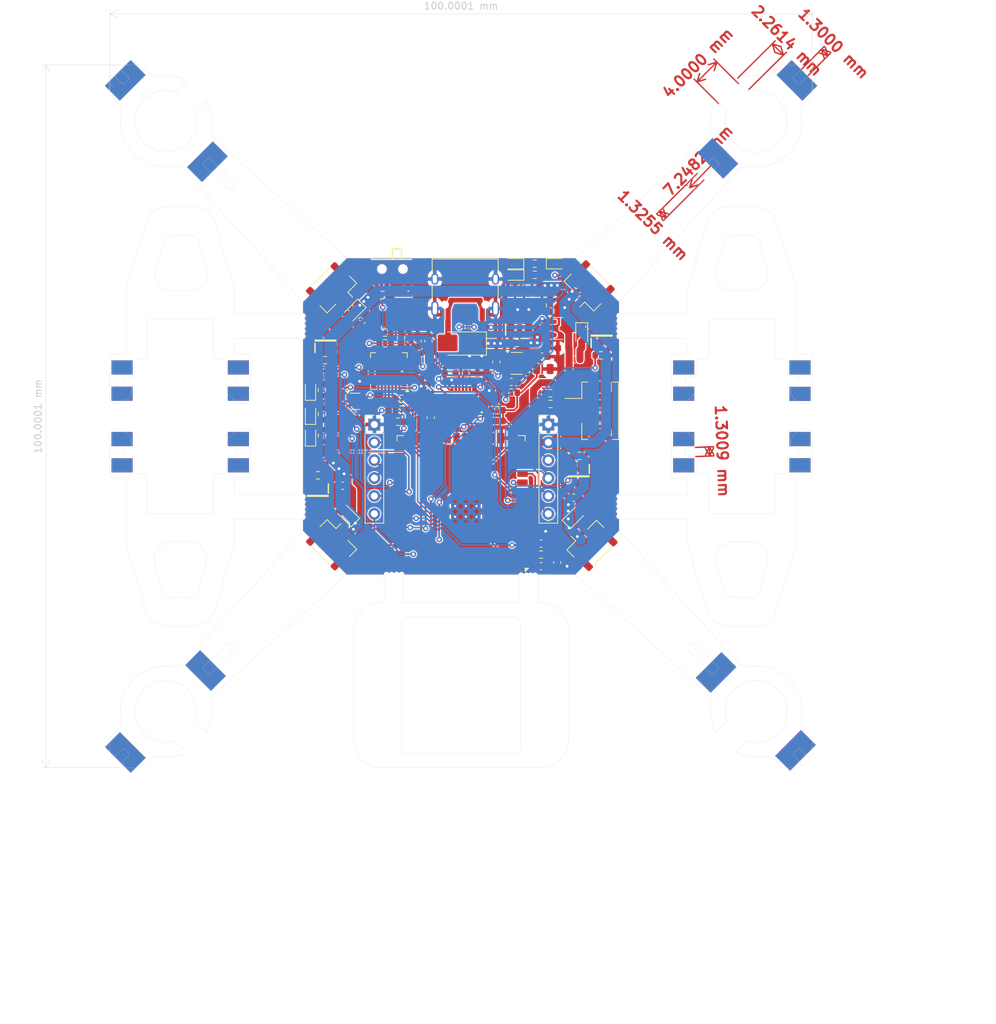
<source format=kicad_pcb>
(kicad_pcb (version 20240108) (generator "pcbnew") (generator_version "8.0")
  (layers (0 "F.Cu" signal) (31 "B.Cu" signal) (34 "B.Paste" user) (35 "F.Paste" user) (36 "B.SilkS" user "B.Silkscreen") (37 "F.SilkS" user "F.Silkscreen") (38 "B.Mask" user) (39 "F.Mask" user) (44 "Edge.Cuts" user))
  (net 0 "")
  (net 1 "Net-(D1-A)")
  (net 2 "/MOT_1")
  (net 3 "GND")
  (net 4 "/MOT_4")
  (net 5 "Net-(D5-A)")
  (net 6 "Net-(D4-A)")
  (net 7 "/MOT_3")
  (net 8 "Net-(D3-A)")
  (net 9 "/MOT_2")
  (net 10 "Net-(IC1-PROG)")
  (net 11 "VBUS")
  (net 12 "Net-(IC1-~{CHRG})")
  (net 13 "Net-(IC1-~{STDBY})")
  (net 14 "+BATT")
  (net 15 "/LDO_H")
  (net 16 "LDO_EN")
  (net 17 "Net-(LED3-K)")
  (net 18 "+5V")
  (net 19 "Net-(U9-AD0)")
  (net 20 "Net-(LED6-K)")
  (net 21 "/SCL")
  (net 22 "+3V3")
  (net 23 "Net-(LED5-K)")
  (net 24 "/SDA")
  (net 25 "Net-(LED4-K)")
  (net 26 "/IO0")
  (net 27 "Net-(LED2-K)")
  (net 28 "/EN")
  (net 29 "Net-(LED1-A)")
  (net 30 "Net-(U3-RXD)")
  (net 31 "/TX")
  (net 32 "Net-(U3-TXD)")
  (net 33 "/RX")
  (net 34 "Net-(U3-VDD)")
  (net 35 "Net-(U3-~{RST})")
  (net 36 "Net-(U3-VBUS)")
  (net 37 "/ADC_BAT")
  (net 38 "/LED_3")
  (net 39 "/EXIO4")
  (net 40 "/EXIO3")
  (net 41 "/SRV_3")
  (net 43 "/LED_2")
  (net 44 "/EXIO2")
  (net 45 "/EXIO1")
  (net 46 "/RXD2")
  (net 47 "/SRV_1")
  (net 52 "/EXI5")
  (net 56 "/SRV_4")
  (net 57 "/TXD2")
  (net 58 "/LED_1")
  (net 60 "/SRV_2")
  (net 61 "/RTS")
  (net 62 "/DTR")
  (net 63 "Net-(U5-BP)")
  (net 71 "/D-")
  (net 73 "/D+")
  (net 84 "Net-(U9-CPOUT)")
  (net 97 "Net-(U9-REGOUT)")
  (footprint "Capacitor_SMD:C_0603_1608Metric" (layer "F.Cu") (at 160.885 119.41)
    (property "Reference" "C15" (hide yes))
    (property "Value" "1uf")
  )
  (footprint "Resistor_SMD:R_0603_1608Metric" (layer "F.Cu") (at 134.027407 97.441822 180)
    (property "Reference" "R4" (hide yes))
    (property "Value" "10k")
  )
  (footprint "Diode_SMD:D_SOD-323" (layer "F.Cu") (at 128.657538 121.807538 135)
    (property "Reference" "D1" (hide yes))
    (property "Value" "1N4148W")
  )
  (footprint "MountingHole:MountingHole_2.1mm" (layer "F.Cu") (at 122.34 121.42)
    (property "Reference" "REF**" (hide yes))
    (property "Value" "MountingHole_2.1mm")
  )
  (footprint "Resistor_SMD:R_0603_1608Metric" (layer "F.Cu") (at 146.335 101.705 180)
    (property "Reference" "R18" (hide yes))
    (property "Value" "4.7k")
  )
  (footprint "Connector_PinHeader_2.54mm:PinHeader_1x06_P2.54mm_Vertical" (layer "F.Cu") (at 132.5 109)
    (property "Reference" "J7" (hide yes))
    (property "Value" "Conn_01x06_Female")
  )
  (footprint "MountingHole:MountingHole_2.1mm" (layer "F.Cu") (at 134.2 134.34 90)
    (property "Reference" "REF**" (hide yes))
    (property "Value" "MountingHole_2.1mm")
  )
  (footprint "Connector_JST:JST_GH_SM02B-GHS-TB_1x02-1MP_P1.25mm_Horizontal" (layer "F.Cu") (at 163.225089 125.941206 45)
    (property "Reference" "J6" (hide yes))
    (property "Value" "Conn_01x02_Female")
  )
  (footprint "Connector_USB:USB_C_Receptacle_HRO_TYPE-C-31-M-12" (layer "F.Cu") (at 145.43 89.35 180)
    (property "Reference" "J1" (hide yes))
    (property "Value" "USB_C_Receptacle_USB2.0")
  )
  (footprint "MountingHole:MountingHole_2.1mm" (layer "F.Cu") (at 122.34 93.55)
    (property "Reference" "REF**" (hide yes))
    (property "Value" "MountingHole_2.1mm")
  )
  (footprint "Resistor_SMD:R_0603_1608Metric" (layer "F.Cu") (at 125.04 107.5 -90)
    (property "Reference" "R19" (hide yes))
    (property "Value" "1K")
  )
  (footprint "MountingHole:MountingHole_2.1mm" (layer "F.Cu") (at 135.65 134.33 90)
    (property "Reference" "REF**" (hide yes))
    (property "Value" "MountingHole_2.1mm")
  )
  (footprint "Package_TO_SOT_SMD:SOT-23-5" (layer "F.Cu") (at 152.7625 100.3)
    (property "Reference" "U5" (hide yes))
    (property "Value" "MIC5219-3.3YM5")
  )
  (footprint "Resistor_SMD:R_0603_1608Metric" (layer "F.Cu") (at 135.85 108.6 180)
    (property "Reference" "R14" (hide yes))
    (property "Value" "10k")
  )
  (footprint "Resistor_SMD:R_0603_1608Metric" (layer "F.Cu") (at 125.475 99.84 180)
    (property "Reference" "R5" (hide yes))
    (property "Value" "10k")
  )
  (footprint "MountingHole:MountingHole_2.1mm" (layer "F.Cu") (at 177.14 121.36)
    (property "Reference" "REF**" (hide yes))
    (property "Value" "MountingHole_2.1mm")
  )
  (footprint "Capacitor_SMD:C_0603_1608Metric" (layer "F.Cu") (at 140.205 97.135 90)
    (property "Reference" "C1" (hide yes))
    (property "Value" "0.1uf")
  )
  (footprint "MountingHole:MountingHole_2.1mm" (layer "F.Cu") (at 177.15 93.54)
    (property "Reference" "REF**" (hide yes))
    (property "Value" "MountingHole_2.1mm")
  )
  (footprint "MountingHole:MountingHole_2.1mm" (layer "F.Cu") (at 136.39 130.34 90)
    (property "Reference" "REF**" (hide yes))
    (property "Value" "MountingHole_2.1mm")
  )
  (footprint "Slide Switch:SLW66527511SMTTR" (layer "F.Cu") (at 135.075 86.475 180)
    (property "Reference" "SW1" (hide yes))
    (property "Value" "K3-1280S-F1 " (hide yes))
  )
  (footprint "Diode_SMD:D_SOD-323" (layer "F.Cu") (at 129.59 92.9 -135)
    (property "Reference" "D3" (hide yes))
    (property "Value" "1N4148W")
  )
  (footprint "MountingHole:MountingHole_2.1mm" (layer "F.Cu") (at 112.55 94.23)
    (property "Reference" "REF**" (hide yes))
    (property "Value" "MountingHole_2.1mm")
  )
  (footprint "Capacitor_SMD:C_0603_1608Metric" (layer "F.Cu") (at 156.23 129.15)
    (property "Reference" "C12" (hide yes))
    (property "Value" "1uf")
  )
  (footprint "Resistor_SMD:R_0603_1608Metric" (layer "F.Cu") (at 136.36 105.355)
    (property "Reference" "R6" (hide yes))
    (property "Value" "1k")
  )
  (footprint "Connector_JST:JST_PH_B2B-PH-SM4-TB_1x02-1MP_P2.00mm_Vertical" (layer "F.Cu") (at 162.9 107.05 -90)
    (property "Reference" "J5" (hide yes))
    (property "Value" " B2B-PH-SM4-TB(LF)(SN) ")
  )
  (footprint "MountingHole:MountingHole_2.1mm" (layer "F.Cu") (at 122.34 94.28)
    (property "Reference" "REF**" (hide yes))
    (property "Value" "MountingHole_2.1mm")
  )
  (footprint "LED_SMD:LED_0603_1608Metric" (layer "F.Cu") (at 158.4675 86.12)
    (property "Reference" "LED1" (hide yes))
    (property "Value" "POW_LED")
  )
  (footprint "" (layer "F.Cu") (at 167.33 121.35)
    (property "Reference" "")
    (property "Value" "")
  )
  (footprint "Transistor de motor:SOT95P237X112-3N" (layer "F.Cu") (at 125.55 97.05 90)
    (property "Reference" "T2" (hide yes))
    (property "Value" "SI2302CDS-T1-GE3" (hide yes))
  )
  (footprint "MountingHole:MountingHole_2.1mm" (layer "F.Cu") (at 177.14 96.44)
    (property "Reference" "REF**" (hide yes))
    (property "Value" "MountingHole_2.1mm")
  )
  (footprint "Connector_JST:JST_GH_SM02B-GHS-TB_1x02-1MP_P1.25mm_Horizontal" (layer "F.Cu") (at 162.820317 89.529505 135)
    (property "Reference" "J4" (hide yes))
    (property "Value" "Conn_01x02_Female")
  )
  (footprint "Resistor_SMD:R_0603_1608Metric" (layer "F.Cu") (at 133.675 90.575 180)
    (property "Reference" "R15" (hide yes))
    (property "Value" "100K")
  )
  (footprint "MountingHole:MountingHole_2.1mm" (layer "F.Cu") (at 112.56 120.73)
    (property "Reference" "REF**" (hide yes))
    (property "Value" "MountingHole_2.1mm")
  )
  (footprint "MountingHole:MountingHole_2.1mm" (layer "F.Cu") (at 122.34 119.99)
    (property "Reference" "REF**" (hide yes))
    (property "Value" "MountingHole_2.1mm")
  )
  (footprint "Transistor de motor:SOT95P237X112-3N" (layer "F.Cu") (at 164.865 96.355 90)
    (property "Reference" "T3" (hide yes))
    (property "Value" "SI2302DS-T1" (hide yes))
  )
  (footprint "Resistor_SMD:R_0603_1608Metric" (layer "F.Cu") (at 156.23 127.5 180)
    (property "Reference" "R10" (hide yes))
    (property "Value" "10k")
  )
  (footprint "MountingHole:MountingHole_2.1mm" (layer "F.Cu") (at 112.55 120.01)
    (property "Reference" "REF**" (hide yes))
    (property "Value" "MountingHole_2.1mm")
  )
  (footprint "" (layer "F.Cu") (at 167.34 119.22)
    (property "Reference" "")
    (property "Value" "")
  )
  (footprint "MountingHole:MountingHole_2.1mm" (layer "F.Cu") (at 177.14 119.2)
    (property "Reference" "REF**" (hide yes))
    (property "Value" "MountingHole_2.1mm")
  )
  (footprint "Capacitor_SMD:C_0603_1608Metric" (layer "F.Cu") (at 143.285 101.705 180)
    (property "Reference" "C16" (hide yes))
    (property "Value" "0.1uf")
  )
  (footprint "RF_Module:ESP32-WROOM-32" (layer "F.Cu") (at 144.842407 120.45 180)
    (property "Reference" "U6" (hide yes))
    (property "Value" "ESP32-WROOM-32")
  )
  (footprint "Capacitor_SMD:C_0603_1608Metric" (layer "F.Cu") (at 139.54 99.86)
    (property "Reference" "C5" (hide yes))
    (property "Value" "1uf")
  )
  (footprint "MountingHole:MountingHole_2.1mm" (layer "F.Cu") (at 122.35 95)
    (property "Reference" "REF**" (hide yes))
    (property "Value" "MountingHole_2.1mm")
  )
  (footprint "MountingHole:MountingHole_2.1mm" (layer "F.Cu") (at 153.39 130.43 90)
    (property "Reference" "REF**" (hide yes))
    (property "Value" "MountingHole_2.1mm")
  )
  (footprint "Resistor_SMD:R_0603_1608Metric" (layer "F.Cu") (at 161.695 113.475)
    (property "Reference" "R13" (hide yes))
    (property "Value" "10k")
  )
  (footprint "" (layer "F.Cu") (at 167.34 95.72)
    (property "Reference" "")
    (property "Value" "")
  )
  (footprint "Connector_JST:JST_GH_SM02B-GHS-TB_1x02-1MP_P1.25mm_Horizontal" (layer "F.Cu") (at 126.675 125.85 -45)
    (property "Reference" "J2" (hide yes))
    (property "Value" "Conn_01x02_Female")
  )
  (footprint "MountingHole:MountingHole_2.1mm" (layer "F.Cu") (at 122.33 96.45)
    (property "Reference" "REF**" (hide yes))
    (property "Value" "MountingHole_2.1mm")
  )
  (footprint "" (layer "F.Cu") (at 167.35 94.26)
    (property "Reference" "")
    (property "Value" "")
  )
  (footprint "Capacitor_SMD:C_0603_1608Metric" (layer "F.Cu") (at 140.53 108.03 90)
    (property "Reference" "C17" (hide yes))
    (property "Value" "0.1uf")
  )
  (footprint "MountingHole:MountingHole_2.1mm" (layer "F.Cu") (at 122.34 119.26)
    (property "Reference" "REF**" (hide yes))
    (property "Value" "MountingHole_2.1mm")
  )
  (footprint "" (layer "F.Cu") (at 153.34 134.34)
    (property "Reference" "")
    (property "Value" "")
  )
  (footprint "Package_DFN_QFN:QFN-28-1EP_5x5mm_P0.5mm_EP3.35x3.35mm" (layer "F.Cu") (at 134.562407 101.386822 180)
    (property "Reference" "U3" (hide yes))
    (property "Value" "CP2102N-Axx-xQFN28")
  )
  (footprint "Transistor de motor:SOT95P237X112-3N" (layer "F.Cu") (at 124.45 119.15 -90)
    (property "Reference" "T1" (hide yes))
    (property "Value" "SI2302DS-T1" (hide yes))
  )
  (footprint "Resistor_SMD:R_0603_1608Metric" (layer "F.Cu") (at 124.45 116.225)
    (property "Reference" "R1" (hide yes))
    (property "Value" "10k")
  )
  (footprint "MountingHole:MountingHole_2.1mm" (layer "F.Cu") (at 177.14 119.93)
    (property "Reference" "REF**" (hide yes))
    (property "Value" "MountingHole_2.1mm")
  )
  (footprint "MountingHole:MountingHole_2.1mm" (layer "F.Cu") (at 135.68 130.33 90)
    (property "Reference" "REF**" (hide yes))
    (property "Value" "MountingHole_2.1mm")
  )
  (footprint "Resistor_SMD:R_0603_1608Metric" (layer "F.Cu") (at 157.575 106.07)
    (property "Reference" "U8" (hide yes))
    (property "Value" "100K")
  )
  (footprint "Resistor_SMD:R_0603_1608Metric" (layer "F.Cu") (at 155.345 87.7)
    (property "Reference" "R12" (hide yes))
    (property "Value" "1.3K")
  )
  (footprint "Resistor_SMD:R_0603_1608Metric" (layer "F.Cu") (at 149.985 106.955)
    (property "Reference" "R17" (hide yes))
    (property "Value" "10k")
  )
  (footprint "Resistor_SMD:R_0603_1608Metric" (layer "F.Cu") (at 149.99 108.51)
    (property "Reference" "R20" (hide yes))
    (property "Value" "10k")
  )
  (footprint "MountingHole:MountingHole_2.1mm" (layer "F.Cu") (at 177.16 94.99)
    (property "Reference" "REF**" (hide yes))
    (property "Value" "MountingHole_2.1mm")
  )
  (footprint "MountingHole:MountingHole_2.1mm" (layer "F.Cu") (at 134.93 134.34 90)
    (property "Reference" "REF**" (hide yes))
    (property "Value" "MountingHole_2.1mm")
  )
  (footprint "MountingHole:MountingHole_2.1mm" (layer "F.Cu") (at 112.56 94.95)
    (property "Reference" "REF**" (hide yes))
    (property "Value" "MountingHole_2.1mm")
  )
  (footprint "MountingHole:MountingHole_2.1mm" (layer "F.Cu") (at 112.54 96.4)
    (property "Reference" "REF**" (hide yes))
    (property "Value" "MountingHole_2.1mm")
  )
  (footprint "MountingHole:MountingHole_2.1mm" (layer "F.Cu") (at 122.35 120.71)
    (property "Reference" "REF**" (hide yes))
    (property "Value" "MountingHole_2.1mm")
  )
  (footprint "MountingHole:MountingHole_2.1mm" (layer "F.Cu") (at 177.15 94.27)
    (property "Reference" "REF**" (hide yes))
    (property "Value" "MountingHole_2.1mm")
  )
  (footprint "Resistor_SMD:R_0603_1608Metric" (layer "F.Cu") (at 157.5 92.05 90)
    (property "Reference" "U2" (hide yes))
    (property "Value" "100K")
  )
  (footprint "Package_TO_SOT_SMD:SOT-23" (layer "F.Cu") (at 158.6625 95.325)
    (property "Reference" "U4" (hide yes))
    (property "Value" "AO3401")
  )
  (footprint "Connector_JST:JST_GH_SM02B-GHS-TB_1x02-1MP_P1.25mm_Horizontal" (layer "F.Cu") (at 126.664505 89.804683 -135)
    (property "Reference" "J3" (hide yes))
    (property "Value" "Conn_01x02_Female")
  )
  (footprint "Capacitor_SMD:C_0603_1608Metric" (layer "F.Cu") (at 152.0075 102.93 180)
    (property "Reference" "C7" (hide yes))
    (property "Value" "470pF")
  )
  (footprint "Capacitor_SMD:C_0603_1608Metric" (layer "F.Cu") (at 156.23 125.95)
    (property "Reference" "C13" (hide yes))
    (property "Value" "0.1uf")
  )
  (footprint "Connector_PinHeader_2.54mm:PinHeader_1x06_P2.54mm_Vertical" (layer "F.Cu") (at 157.275 109)
    (property "Reference" "J8" (hide yes))
    (property "Value" "Conn_01x06_Female")
  )
  (footprint "MountingHole:MountingHole_2.1mm" (layer "F.Cu") (at 136.36 134.34 90)
    (property "Reference" "REF**" (hide yes))
    (property "Value" "MountingHole_2.1mm")
  )
  (footprint "" (layer "F.Cu") (at 167.34 93.53)
    (property "Reference" "")
    (property "Value" "")
  )
  (footprint "" (layer "F.Cu") (at 154.71 134.34)
    (property "Reference" "")
    (property "Value" "")
  )
  (footprint "Resistor_SMD:R_0603_1608Metric" (layer "F.Cu") (at 125.05 110.575 -90)
    (property "Reference" "R16" (hide yes))
    (property "Value" "1K")
  )
  (footprint "MountingHole:MountingHole_2.1mm" (layer "F.Cu") (at 155.37 130.45 90)
    (property "Reference" "REF**" (hide yes))
    (property "Value" "MountingHole_2.1mm")
  )
  (footprint "MountingHole:MountingHole_2.1mm" (layer "F.Cu") (at 177.15 95.7)
    (property "Reference" "REF**" (hide yes))
    (property "Value" "MountingHole_2.1mm")
  )
  (footprint "Resistor_SMD:R_0603_1608Metric" (layer "F.Cu") (at 134.012407 95.911822)
    (property "Reference" "R2" (hide yes))
    (property "Value" "47.5k")
  )
  (footprint "Capacitor_SMD:C_0603_1608Metric" (layer "F.Cu") (at 159.405 98.14 180)
    (property "Reference" "C14" (hide yes))
    (property "Value" "10uF")
  )
  (footprint "Resistor_SMD:R_0603_1608Metric" (layer "F.Cu") (at 125.03 104.075 -90)
    (property "Reference" "R21" (hide yes))
    (property "Value" "1K")
  )
  (footprint "Resistor_SMD:R_0603_1608Metric" (layer "F.Cu") (at 136.307407 96.661822 90)
    (property "Reference" "R3" (hide yes))
    (property "Value" "22.1k")
  )
  (footprint "MountingHole:MountingHole_2.1mm" (layer "F.Cu") (at 112.55 93.5)
    (property "Reference" "REF**" (hide yes))
    (property "Value" "MountingHole_2.1mm")
  )
  (footprint "Capacitor_SMD:C_0603_1608Metric" (layer "F.Cu") (at 138.665 97.145 90)
    (property "Reference" "C4" (hide yes))
    (property "Value" "10uf")
  )
  (footprint "Resistor_SMD:R_0603_1608Metric" (layer "F.Cu") (at 136.36 106.88)
    (property "Reference" "R7" (hide yes))
    (property "Value" "1k")
  )
  (footprint "Resistor_SMD:R_0603_1608Metric" (layer "F.Cu") (at 152.0125 104.46)
    (property "Reference" "R8" (hide yes))
    (property "Value" "470R")
  )
  (footprint "MountingHole:MountingHole_2.1mm" (layer "F.Cu") (at 177.13 122.1)
    (property "Reference" "REF**" (hide yes))
    (property "Value" "MountingHole_2.1mm")
  )
  (footprint "MountingHole:MountingHole_2.1mm" (layer "F.Cu") (at 112.55 121.44)
    (property "Reference" "REF**" (hide yes))
    (property "Value" "MountingHole_2.1mm")
  )
  (footprint "MPU6050:MPU6050" (layer "F.Cu") (at 144.85 106.025 180)
    (property "Reference" "U9" (hide yes))
    (property "Value" "MPU-6050" (hide yes))
  )
  (footprint "" (layer "F.Cu") (at 154.04 134.34)
    (property "Reference" "")
    (property "Value" "")
  )
  (footprint "Diode_SMD:D_SOD-323" (layer "F.Cu") (at 160.967462 122.082538 45)
    (property "Reference" "D5" (hide yes))
    (property "Value" "1N4148W")
  )
  (footprint "LED_SMD:LED_0603_1608Metric" (layer "F.Cu") (at 123.42 110.5775 90)
    (property "Reference" "LED4" (hide yes))
    (property "Value" "LED")
  )
  (footprint "MountingHole:MountingHole_2.1mm" (layer "F.Cu") (at 122.34 95.71)
    (property "Reference" "REF**" (hide yes))
    (property "Value" "MountingHole_2.1mm")
  )
  (footprint "TP4056:SOIC127P600X175-9N" (layer "F.Cu") (at 153.795 92.788 90)
    (property "Reference" "IC1" (hide yes))
    (property "Value" "TP4056" (hide yes))
  )
  (footprint "" (layer "F.Cu") (at 167.34 120.62)
    (property "Reference" "")
    (property "Value" "")
  )
  (footprint "Capacitor_SMD:C_0603_1608Metric" (layer "F.Cu") (at 161 99.75)
    (property "Reference" "C11" (hide yes))
    (property "Value" "1uf")
  )
  (footprint "MountingHole:MountingHole_2.1mm" (layer "F.Cu") (at 122.33 122.16)
    (property "Reference" "REF**" (hide yes))
    (property "Value" "MountingHole_2.1mm")
  )
  (footprint "Capacitor_SMD:C_0603_1608Metric" (layer "F.Cu") (at 158.54 128.625 90)
    (property "Reference" "C10" (hide yes))
    (property "Value" "10uf")
  )
  (footprint "LED_SMD:LED_0603_1608Metric" (layer "F.Cu") (at 152.2925 86.12 180)
    (property "Reference" "LED2" (hide yes))
    (property "Value" "CHG")
  )
  (footprint "Resistor_SMD:R_0603_1608Metric" (layer "F.Cu") (at 152.775 97.4 180)
    (property "Reference" "Rprog1" (hide yes))
    (property "Value" "3.3K")
  )
  (footprint "Capacitor_SMD:C_0603_1608Metric" (layer "F.Cu") (at 130.77 94.19 -135)
    (property "Reference" "C6" (hide yes))
    (property "Value" "1uf")
  )
  (footprint "Capacitor_SMD:C_0603_1608Metric" (layer "F.Cu") (at 140.51 103.88 90)
    (property "Reference" "C18" (hide yes))
    (property "Value" "10uf")
  )
  (footprint "LED_SMD:LED_0603_1608Metric" (layer "F.Cu") (at 123.41 104.0725 90)
    (property "Reference" "LED6" (hide yes))
    (property "Value" "LED")
  )
  (footprint "MountingHole:MountingHole_2.1mm" (layer "F.Cu") (at 112.55 95.66)
    (property "Reference" "REF**" (hide yes))
    (property "Value" "MountingHole_2.1mm")
  )
  (footprint "Diode_SMD:D_SOD-323" (layer "F.Cu") (at 162.025 96.125 -90)
    (property "Reference" "D4" (hide yes))
    (property "Value" "1N4148W")
  )
  (footprint "MountingHole:MountingHole_2.1mm" (layer "F.Cu") (at 112.54 122.18)
    (property "Reference" "REF**" (hide yes))
    (property "Value" "MountingHole_2.1mm")
  )
  (footprint "MountingHole:MountingHole_2.1mm" (layer "F.Cu") (at 134.96 130.34 90)
    (property "Reference" "REF**" (hide yes))
    (property "Value" "MountingHole_2.1mm")
  )
  (footprint "Package_TO_SOT_SMD:SOT-363_SC-70-6" (layer "F.Cu") (at 129.75 105.7)
    (property "Reference" "U1" (hide yes))
    (property "Value" "DDC114TU-7-F")
  )
  (footprint "MountingHole:MountingHole_2.1mm" (layer "F.Cu") (at 112.55 119.28)
    (property "Reference" "REF**" (hide yes))
    (property "Value" "MountingHole_2.1mm")
  )
  (footprint "Capacitor_SMD:C_0603_1608Metric" (layer "F.Cu") (at 127.975 117.7 180)
    (property "Reference" "C2" (hide yes))
    (property "Value" "1uf")
  )
  (footprint "" (layer "F.Cu") (at 167.36 95.01)
    (property "Reference" "")
    (property "Value" "")
  )
  (footprint "Capacitor_SMD:C_0805_2012Metric" (layer "F.Cu") (at 156.5725 101.1)
    (property "Reference" "C8" (hide yes))
    (property "Value" "2.2uF")
  )
  (footprint "LED_SMD:LED_0603_1608Metric" (layer "F.Cu") (at 123.41 107.4975 90)
    (property "Reference" "LED5" (hide yes))
    (property "Value" "LED")
  )
  (footprint "MountingHole:MountingHole_2.1mm" (layer "F.Cu") (at 177.15 120.65)
    (property "Reference" "REF**" (hide yes))
    (property "Value" "MountingHole_2.1mm")
  )
  (footprint "MountingHole:MountingHole_2.1mm" (layer "F.Cu") (at 134.23 130.34 90)
    (property "Reference" "REF**" (hide yes))
    (property "Value" "MountingHole_2.1mm")
  )
  (footprint "Resistor_SMD:R_0603_1608Metric" (layer "F.Cu") (at 164.765 99.155 180)
    (property "Reference" "R9" (hide yes))
    (property "Value" "10k")
  )
  (footprint "Resistor_SMD:R_0603_1608Metric" (layer "F.Cu") (at 157.575 104.55 180)
    (property "Reference" "U7" (hide yes))
    (property "Value" "100K")
  )
  (footprint "Capacitor_SMD:C_0603_1608Metric" (layer "F.Cu") (at 149.8625 100.08 -90)
    (property "Reference" "C3" (hide yes))
    (property "Value" "10uf")
  )
  (footprint "" (layer "F.Cu") (at 167.34 122.04)
    (property "Reference" "")
    (property "Value" "")
  )
  (footprint "" (layer "F.Cu") (at 155.43 134.34)
    (property "Reference" "")
    (property "Value" "")
  )
  (footprint "Capacitor_SMD:C_0603_1608Metric" (layer "F.Cu") (at 156.3675 99.33)
    (property "Reference" "C9" (hide yes))
    (property "Value" "10uf")
  )
  (footprint "MountingHole:MountingHole_2.1mm" (layer "F.Cu") (at 154.74 130.44 90)
    (property "Reference" "REF**" (hide yes))
    (property "Value" "MountingHole_2.1mm")
  )
  (footprint "LED_SMD:LED_0603_1608Metric" (layer "F.Cu") (at 152.3125 87.73 180)
    (property "Reference" "LED3" (hide yes))
    (property "Value" "CHG")
  )
  (footprint "Diode_SMD:D_SMA" (layer "F.Cu") (at 144.95 97.475 180)
    (property "Reference" "D2" (hide yes))
    (property "Value" "SS34")
  )
  (footprint "MountingHole:MountingHole_2.1mm" (layer "F.Cu") (at 154.15 130.46 90)
    (property "Reference" "REF**" (hide yes))
    (property "Value" "1mm hole")
  )
  (footprint "" (layer "F.Cu") (at 167.34 119.95)
    (property "Reference" "")
    (property "Value" "")
  )
  (footprint "" (layer "F.Cu") (at 167.34 96.45)
    (property "Reference" "")
    (property "Value" "")
  )
  (footprint "Transistor de motor:SOT95P237X112-3N" (layer "F.Cu") (at 161.6 116.375 -90)
    (property "Reference" "T4" (hide yes))
    (property "Value" "SI2302DS-T1" (hide yes))
  )
  (footprint "Resistor_SMD:R_0603_1608Metric" (layer "F.Cu") (at 155.33 86.12)
    (property "Reference" "R11" (hide yes))
    (property "Value" "1.3K")
  )
  (gr_poly (pts (xy 178.041988 99.881781) (xy 175.041998 99.881781) (xy 175.041998 101.881781) (xy 178.041988 101.881781)) (fill solid) (layer "F.Cu"))
  (gr_poly (pts (xy 178.519463 70.353528) (xy 182.183413 74.018748) (xy 184.300503 71.892768) (xy 180.641633 68.231358)) (fill solid) (layer "F.Cu"))
  (gr_poly (pts (xy 98.082788 99.881781) (xy 95.082798 99.881781) (xy 95.082798 101.881781) (xy 98.082788 101.881781)) (fill solid) (layer "F.Cu"))
  (gr_poly (pts (xy 98.082788 110.067181) (xy 95.082798 110.067181) (xy 95.082798 112.067181) (xy 98.082788 112.067181)) (fill solid) (layer "F.Cu"))
  (gr_poly (pts (xy 98.082788 103.615581) (xy 95.082798 103.615581) (xy 95.082798 105.615581) (xy 98.082788 105.615581)) (fill solid) (layer "F.Cu"))
  (gr_poly (pts (xy 178.041988 103.615581) (xy 175.041998 103.615581) (xy 175.041998 105.615581) (xy 178.041988 105.615581)) (fill solid) (layer "F.Cu"))
  (gr_poly (pts (xy 178.041988 113.800981) (xy 175.041998 113.800981) (xy 175.041998 115.800981) (xy 178.041988 115.800981)) (fill solid) (layer "F.Cu"))
  (gr_poly (pts (xy 194.602788 99.881781) (xy 191.602798 99.881781) (xy 191.602798 101.881781) (xy 194.602788 101.881781)) (fill solid) (layer "F.Cu"))
  (gr_poly (pts (xy 114.642828 113.800981) (xy 111.642838 113.800981) (xy 111.642838 115.800981) (xy 114.642828 115.800981)) (fill solid) (layer "F.Cu"))
  (gr_poly (pts (xy 98.082788 113.800981) (xy 95.082798 113.800981) (xy 95.082798 115.800981) (xy 98.082788 115.800981)) (fill solid) (layer "F.Cu"))
  (gr_poly (pts (xy 194.602788 113.794631) (xy 191.602798 113.794631) (xy 191.602798 115.794631) (xy 194.602788 115.794631)) (fill solid) (layer "F.Cu"))
  (gr_poly (pts (xy 114.642828 103.615581) (xy 111.642838 103.615581) (xy 111.642838 105.615581) (xy 114.642828 105.615581)) (fill solid) (layer "F.Cu"))
  (gr_poly (pts (xy 181.911631 141.380757) (xy 178.246411 145.044707) (xy 180.372391 147.161797) (xy 184.033801 143.502927)) (fill solid) (layer "F.Cu"))
  (gr_poly (pts (xy 99.934578 156.425231) (xy 96.270628 152.760011) (xy 94.153538 154.885991) (xy 97.812408 158.547401)) (fill solid) (layer "F.Cu"))
  (gr_poly (pts (xy 193.23316 152.460863) (xy 189.56794 156.124813) (xy 191.69392 158.241903) (xy 195.35533 154.583033)) (fill solid) (layer "F.Cu"))
  (gr_poly (pts (xy 194.602788 110.067181) (xy 191.602798 110.067181) (xy 191.602798 112.067181) (xy 194.602788 112.067181)) (fill solid) (layer "F.Cu"))
  (gr_poly (pts (xy 114.642828 110.067181) (xy 111.642838 110.067181) (xy 111.642838 112.067181) (xy 114.642828 112.067181)) (fill solid) (layer "F.Cu"))
  (gr_poly (pts (xy 114.642828 99.881781) (xy 111.642838 99.881781) (xy 111.642838 101.881781) (xy 114.642828 101.881781)) (fill solid) (layer "F.Cu"))
  (gr_poly (pts (xy 194.602788 103.634631) (xy 191.602798 103.634631) (xy 191.602798 105.634631) (xy 194.602788 105.634631)) (fill solid) (layer "F.Cu"))
  (gr_poly (pts (xy 107.959129 74.508205) (xy 111.624349 70.844255) (xy 109.498369 68.727165) (xy 105.836959 72.386035)) (fill solid) (layer "F.Cu"))
  (gr_poly (pts (xy 111.357335 144.770242) (xy 107.693385 141.105022) (xy 105.576295 143.231002) (xy 109.235165 146.892412)) (fill solid) (layer "F.Cu"))
  (gr_poly (pts (xy 189.785358 59.272073) (xy 193.449308 62.937293) (xy 195.566398 60.811313) (xy 191.907528 57.149903)) (fill solid) (layer "F.Cu"))
  (gr_poly (pts (xy 178.041988 110.067181) (xy 175.041998 110.067181) (xy 175.041998 112.067181) (xy 178.041988 112.067181)) (fill solid) (layer "F.Cu"))
  (gr_poly (pts (xy 96.255388 62.929101) (xy 99.920608 59.265151) (xy 97.794628 57.148061) (xy 94.133218 60.806931)) (fill solid) (layer "F.Cu"))
  (gr_poly (pts (xy 96.256658 62.930371) (xy 99.921878 59.266421) (xy 97.795898 57.149331) (xy 94.134488 60.808201)) (fill solid) (layer "B.Cu"))
  (gr_poly (pts (xy 114.640668 113.801741) (xy 111.640678 113.801741) (xy 111.640678 115.801741) (xy 114.640668 115.801741)) (fill solid) (layer "B.Cu"))
  (gr_poly (pts (xy 178.039828 99.882541) (xy 175.039838 99.882541) (xy 175.039838 101.882541) (xy 178.039828 101.882541)) (fill solid) (layer "B.Cu"))
  (gr_poly (pts (xy 193.429131 62.934179) (xy 189.763911 59.270229) (xy 191.889891 57.153139) (xy 195.551301 60.812009)) (fill solid) (layer "B.Cu"))
  (gr_poly (pts (xy 194.600628 110.067941) (xy 191.600638 110.067941) (xy 191.600638 112.067941) (xy 194.600628 112.067941)) (fill solid) (layer "B.Cu"))
  (gr_poly (pts (xy 98.080628 113.801741) (xy 95.080638 113.801741) (xy 95.080638 115.801741) (xy 98.080628 115.801741)) (fill solid) (layer "B.Cu"))
  (gr_poly (pts (xy 182.1733 74.01757) (xy 178.50808 70.35362) (xy 180.63406 68.23653) (xy 184.29547 71.8954)) (fill solid) (layer "B.Cu"))
  (gr_poly (pts (xy 114.640668 103.616341) (xy 111.640678 103.616341) (xy 111.640678 105.616341) (xy 114.640668 105.616341)) (fill solid) (layer "B.Cu"))
  (gr_poly (pts (xy 193.23039 152.472063) (xy 189.56517 156.136013) (xy 191.69115 158.253103) (xy 195.35256 154.594233)) (fill solid) (layer "B.Cu"))
  (gr_poly (pts (xy 194.600628 113.795391) (xy 191.600638 113.795391) (xy 191.600638 115.795391) (xy 194.600628 115.795391)) (fill solid) (layer "B.Cu"))
  (gr_poly (pts (xy 178.039828 103.616341) (xy 175.039838 103.616341) (xy 175.039838 105.616341) (xy 178.039828 105.616341)) (fill solid) (layer "B.Cu"))
  (gr_poly (pts (xy 98.080628 110.067941) (xy 95.080638 110.067941) (xy 95.080638 112.067941) (xy 98.080628 112.067941)) (fill solid) (layer "B.Cu"))
  (gr_poly (pts (xy 111.355538 144.771379) (xy 107.691588 141.106159) (xy 105.574498 143.232139) (xy 109.233368 146.893549)) (fill solid) (layer "B.Cu"))
  (gr_poly (pts (xy 98.080628 103.616341) (xy 95.080638 103.616341) (xy 95.080638 105.616341) (xy 98.080628 105.616341)) (fill solid) (layer "B.Cu"))
  (gr_poly (pts (xy 114.640668 99.882541) (xy 111.640678 99.882541) (xy 111.640678 101.882541) (xy 114.640668 101.882541)) (fill solid) (layer "B.Cu"))
  (gr_poly (pts (xy 99.932781 156.426368) (xy 96.268831 152.761148) (xy 94.151741 154.887128) (xy 97.810611 158.548538)) (fill solid) (layer "B.Cu"))
  (gr_poly (pts (xy 181.916221 141.374783) (xy 178.251001 145.038733) (xy 180.376981 147.155823) (xy 184.038391 143.496953)) (fill solid) (layer "B.Cu"))
  (gr_poly (pts (xy 178.039828 113.801741) (xy 175.039838 113.801741) (xy 175.039838 115.801741) (xy 178.039828 115.801741)) (fill solid) (layer "B.Cu"))
  (gr_poly (pts (xy 194.600628 99.882541) (xy 191.600638 99.882541) (xy 191.600638 101.882541) (xy 194.600628 101.882541)) (fill solid) (layer "B.Cu"))
  (gr_poly (pts (xy 107.960399 74.509475) (xy 111.625619 70.845525) (xy 109.499639 68.728435) (xy 105.838229 72.387305)) (fill solid) (layer "B.Cu"))
  (gr_poly (pts (xy 98.080628 99.882541) (xy 95.080638 99.882541) (xy 95.080638 101.882541) (xy 98.080628 101.882541)) (fill solid) (layer "B.Cu"))
  (gr_poly (pts (xy 178.039828 110.067941) (xy 175.039838 110.067941) (xy 175.039838 112.067941) (xy 178.039828 112.067941)) (fill solid) (layer "B.Cu"))
  (gr_poly (pts (xy 194.600628 103.635391) (xy 191.600638 103.635391) (xy 191.600638 105.635391) (xy 194.600628 105.635391)) (fill solid) (layer "B.Cu"))
  (gr_poly (pts (xy 114.640668 110.067941) (xy 111.640678 110.067941) (xy 111.640678 112.067941) (xy 114.640668 112.067941)) (fill solid) (layer "B.Cu"))
  (gr_line (start 180.638258 94.006511) (end 189.019238 94.006511) (stroke (width 0.0254)) (layer "Edge.Cuts"))
  (gr_line (start 98.306948 102.106571) (end 98.306948 100.156361) (stroke (width 0.0254)) (layer "Edge.Cuts"))
  (gr_arc (start 187.338347 132.654608) (mid 186.845413 133.342769) (end 186.038351 133.598176) (stroke (width 0.0254)) (layer "Edge.Cuts"))
  (gr_line (start 97.300598 126.800701) (end 100.012308 135.560911) (stroke (width 0.0254)) (layer "Edge.Cuts"))
  (gr_arc (start 112.610536 74.668669) (mid 112.674143 74.848821) (end 112.592176 75.021402) (stroke (width 0.0254)) (layer "Edge.Cuts"))
  (gr_line (start 111.406998 100.156361) (end 111.406998 102.106571) (stroke (width 0.0254)) (layer "Edge.Cuts"))
  (gr_arc (start 111.406998 115.526151) (mid 111.260602 115.879619) (end 110.907128 116.026021) (stroke (width 0.0254)) (layer "Edge.Cuts"))
  (gr_arc (start 181.05558 152.8004) (mid 180.430981 150.907435) (end 180.409403 148.914202) (stroke (width 0.0254)) (layer "Edge.Cuts"))
  (gr_line (start 177.138138 93.233331) (end 167.342878 93.233331) (stroke (width 0.0254)) (layer "Edge.Cuts"))
  (gr_arc (start 97.256918 103.406541) (mid 96.903267 103.260059) (end 96.756778 102.906411) (stroke (width 0.0254)) (layer "Edge.Cuts"))
  (gr_line (start 108.46847 128.941956) (end 107.380418 132.678858) (stroke (width 0.0254)) (layer "Edge.Cuts"))
  (gr_arc (start 194.342828 99.006501) (mid 194.696282 99.152918) (end 194.842688 99.506371) (stroke (width 0.0254)) (layer "Edge.Cuts"))
  (gr_line (start 178.778718 99.656481) (end 179.638258 99.656481) (stroke (width 0.0254)) (layer "Edge.Cuts"))
  (gr_arc (start 113.047588 99.006501) (mid 112.69399 98.859981) (end 112.547458 98.506371) (stroke (width 0.0254)) (layer "Edge.Cuts"))
  (gr_line (start 113.047588 116.676011) (end 114.371178 116.676011) (stroke (width 0.0254)) (layer "Edge.Cuts"))
  (gr_line (start 111.406998 113.576191) (end 111.406998 115.526151) (stroke (width 0.0254)) (layer "Edge.Cuts"))
  (gr_arc (start 189.673288 135.560651) (mid 188.587806 137.088135) (end 186.807658 137.673447) (stroke (width 0.0254)) (layer "Edge.Cuts"))
  (gr_line (start 113.006948 109.676021) (end 111.507078 111.176151) (stroke (width 0.0254)) (layer "Edge.Cuts"))
  (gr_arc (start 177.138138 89.768771) (mid 177.171858 89.320246) (end 177.272255 88.881803) (stroke (width 0.0254)) (layer "Edge.Cuts"))
  (gr_line (start 191.778698 112.276221) (end 192.428678 112.276221) (stroke (width 0.0254)) (layer "Edge.Cuts"))
  (gr_arc (start 137.342938 155.841281) (mid 136.635817 155.548404) (end 136.342948 154.841291) (stroke (width 0.0254)) (layer "Edge.Cuts"))
  (gr_line (start 188.426399 128.917706) (end 187.338347 132.654608) (stroke (width 0.0254)) (layer "Edge.Cuts"))
  (gr_line (start 113.006948 106.006481) (end 114.371178 106.006481) (stroke (width 0.0254)) (layer "Edge.Cuts"))
  (gr_arc (start 105.793858 155.632751) (mid 103.876514 156.258514) (end 101.859654 156.266443) (stroke (width 0.0254)) (layer "Edge.Cuts"))
  (gr_line (start 175.314668 116.676011) (end 176.638268 116.676011) (stroke (width 0.0254)) (layer "Edge.Cuts"))
  (gr_arc (start 179.984208 80.121851) (mid 181.069689 78.594364) (end 182.849838 78.009062) (stroke (width 0.0254)) (layer "Edge.Cuts"))
  (gr_line (start 96.842898 57.841231) (end 96.302638 58.381741) (stroke (width 0.0254)) (layer "Edge.Cuts"))
  (gr_line (start 194.342828 99.006501) (end 193.019228 99.006501) (stroke (width 0.0254)) (layer "Edge.Cuts"))
  (gr_line (start 99.137528 157.841281) (end 100.148708 156.830111) (stroke (width 0.0254)) (layer "Edge.Cuts"))
  (gr_line (start 111.507078 111.176151) (end 111.507078 112.276221) (stroke (width 0.0254)) (layer "Edge.Cuts"))
  (gr_line (start 97.166488 89.768771) (end 97.166488 98.506371) (stroke (width 0.0254)) (layer "Edge.Cuts"))
  (gr_line (start 109.128928 144.493376) (end 112.606914 141.010047) (stroke (width 0.0254)) (layer "Edge.Cuts"))
  (gr_line (start 178.278848 115.526151) (end 178.278848 113.576191) (stroke (width 0.0254)) (layer "Edge.Cuts"))
  (gr_line (start 96.666368 99.006501) (end 95.343028 99.006501) (stroke (width 0.0254)) (layer "Edge.Cuts"))
  (gr_line (start 176.728688 102.906411) (end 176.728688 102.606441) (stroke (width 0.0254)) (layer "Edge.Cuts"))
  (gr_line (start 96.302638 157.301021) (end 96.842898 157.841281) (stroke (width 0.0254)) (layer "Edge.Cuts"))
  (gr_arc (start 114.871308 116.176141) (mid 114.724778 116.529723) (end 114.371178 116.676271) (stroke (width 0.0254)) (layer "Edge.Cuts"))
  (gr_line (start 97.475858 156.127801) (end 96.302638 157.301021) (stroke (width 0.0254)) (layer "Edge.Cuts"))
  (gr_line (start 167.342878 122.449171) (end 177.138138 122.449171) (stroke (width 0.0254)) (layer "Edge.Cuts"))
  (gr_line (start 167.342878 96.733201) (end 177.138138 96.733201) (stroke (width 0.0254)) (layer "Edge.Cuts"))
  (gr_line (start 177.138138 122.449171) (end 177.138138 125.913731) (stroke (width 0.0254)) (layer "Edge.Cuts"))
  (gr_line (start 181.189314 86.732791) (end 182.337367 82.995889) (stroke (width 0.0254)) (layer "Edge.Cuts"))
  (gr_arc (start 183.577366 89.971956) (mid 181.565172 88.955548) (end 181.189314 86.732791) (stroke (width 0.0254)) (layer "Edge.Cuts"))
  (gr_arc (start 97.256918 113.576191) (mid 96.903283 113.429703) (end 96.756788 113.076071) (stroke (width 0.0254)) (layer "Edge.Cuts"))
  (gr_line (start 179.984208 80.121851) (end 177.272248 88.881801) (stroke (width 0.0254)) (layer "Edge.Cuts"))
  (gr_line (start 112.457038 103.406541) (end 111.507078 103.406541) (stroke (width 0.0254)) (layer "Edge.Cuts"))
  (gr_arc (start 183.648344 133.598176) (mid 182.841271 133.342806) (end 182.348348 132.654608) (stroke (width 0.0254)) (layer "Edge.Cuts"))
  (gr_line (start 106.175418 89.992661) (end 103.725418 89.992661) (stroke (width 0.0254)) (layer "Edge.Cuts"))
  (gr_arc (start 107.027528 64.481551) (mid 99.734337 68.955202) (end 104.195206 61.654186) (stroke (width 0.0254)) (layer "Edge.Cuts"))
  (gr_line (start 176.728688 113.076071) (end 176.728688 112.776091) (stroke (width 0.0254)) (layer "Edge.Cuts"))
  (gr_arc (start 108.190848 72.127201) (mid 108.127263 71.947139) (end 108.209088 71.774596) (stroke (width 0.0254)) (layer "Edge.Cuts"))
  (gr_arc (start 189.519368 116.526151) (mid 189.66579 116.172699) (end 190.019238 116.026281) (stroke (width 0.0254)) (layer "Edge.Cuts"))
  (gr_line (start 177.228818 102.106571) (end 178.278848 102.106571) (stroke (width 0.0254)) (layer "Edge.Cuts"))
  (gr_line (start 108.190803 72.127261) (end 111.674132 75.605247) (stroke (width 0.0254)) (layer "Edge.Cuts"))
  (gr_line (start 112.588674 140.657532) (end 112.021667 140.090422) (stroke (width 0.0254)) (layer "Edge.Cuts"))
  (gr_arc (start 106.835758 78.008831) (mid 108.616093 78.594174) (end 109.701641 80.121853) (stroke (width 0.0254)) (layer "Edge.Cuts"))
  (gr_line (start 137.342938 136.341201) (end 152.342908 136.341201) (stroke (width 0.0254)) (layer "Edge.Cuts"))
  (gr_arc (start 160.142998 153.841291) (mid 158.971432 156.66972) (end 156.143008 157.841281) (stroke (width 0.0254)) (layer "Edge.Cuts"))
  (gr_arc (start 191.378648 115.526151) (mid 191.232255 115.879636) (end 190.878778 116.026021) (stroke (width 0.0254)) (layer "Edge.Cuts"))
  (gr_line (start 110.047588 99.656481) (end 110.907128 99.656481) (stroke (width 0.0254)) (layer "Edge.Cuts"))
  (gr_line (start 102.878188 137.673681) (end 106.835758 137.673681) (stroke (width 0.0254)) (layer "Edge.Cuts"))
  (gr_line (start 167.342878 91.580811) (end 184.148278 72.916631) (stroke (width 0.0254)) (layer "Edge.Cuts"))
  (gr_line (start 153.342908 137.341191) (end 153.342908 154.841291) (stroke (width 0.0254)) (layer "Edge.Cuts"))
  (gr_line (start 136.342938 154.841291) (end 136.342938 137.341191) (stroke (width 0.0254)) (layer "Edge.Cuts"))
  (gr_arc (start 112.957158 102.906411) (mid 112.810675 103.260056) (end 112.457038 103.406531) (stroke (width 0.0254)) (layer "Edge.Cuts"))
  (gr_line (start 182.849838 137.673681) (end 186.807658 137.673681) (stroke (width 0.0254)) (layer "Edge.Cuts"))
  (gr_line (start 186.027366 89.971956) (end 183.577366 89.971956) (stroke (width 0.0254)) (layer "Edge.Cuts"))
  (gr_line (start 180.556978 71.189431) (end 177.078992 74.67276) (stroke (width 0.0254)) (layer "Edge.Cuts"))
  (gr_line (start 111.507078 103.406541) (end 111.507078 104.506361) (stroke (width 0.0254)) (layer "Edge.Cuts"))
  (gr_line (start 194.842948 116.176141) (end 194.842948 110.176151) (stroke (width 0.0254)) (layer "Edge.Cuts"))
  (gr_line (start 176.678648 106.006481) (end 178.178778 104.506361) (stroke (width 0.0254)) (layer "Edge.Cuts"))
  (gr_line (start 108.56347 86.753496) (end 107.475418 83.016594) (stroke (width 0.0254)) (layer "Edge.Cuts"))
  (gr_arc (start 110.047588 99.656481) (mid 109.694001 99.509963) (end 109.547468 99.156361) (stroke (width 0.0254)) (layer "Edge.Cuts"))
  (gr_line (start 101.242366 128.941956) (end 102.390419 132.678858) (stroke (width 0.0254)) (layer "Edge.Cuts"))
  (gr_arc (start 106.080418 125.702791) (mid 108.092574 126.719211) (end 108.46847 128.941956) (stroke (width 0.0254)) (layer "Edge.Cuts"))
  (gr_arc (start 177.097232 75.025275) (mid 177.015406 74.852768) (end 177.078992 74.67276) (stroke (width 0.0254)) (layer "Edge.Cuts"))
  (gr_line (start 185.485848 154.026711) (end 183.883868 155.628691) (stroke (width 0.0254)) (layer "Edge.Cuts"))
  (gr_arc (start 183.891998 60.049761) (mid 185.809337 59.424009) (end 187.826191 59.416074) (stroke (width 0.0254)) (layer "Edge.Cuts"))
  (gr_arc (start 192.428678 112.276221) (mid 192.782122 112.422627) (end 192.928548 112.776091) (stroke (width 0.0254)) (layer "Edge.Cuts"))
  (gr_line (start 101.337366 86.753496) (end 102.485419 83.016594) (stroke (width 0.0254)) (layer "Edge.Cuts"))
  (gr_arc (start 178.778718 116.026021) (mid 178.425227 115.879622) (end 178.278848 115.526151) (stroke (width 0.0254)) (layer "Edge.Cuts"))
  (gr_arc (start 192.767268 155.217211) (mid 192.946316 155.135253) (end 193.129179 155.20836) (stroke (width 0.0254)) (layer "Edge.Cuts"))
  (gr_line (start 109.918308 147.146611) (end 128.582478 130.341211) (stroke (width 0.0254)) (layer "Edge.Cuts"))
  (gr_line (start 97.166488 117.176131) (end 97.166488 125.913731) (stroke (width 0.0254)) (layer "Edge.Cuts"))
  (gr_line (start 191.378648 113.576191) (end 191.378648 115.526151) (stroke (width 0.0254)) (layer "Edge.Cuts"))
  (gr_arc (start 176.638268 116.676011) (mid 176.991887 116.822513) (end 177.138388 117.176131) (stroke (width 0.0254)) (layer "Edge.Cuts"))
  (gr_arc (start 192.209988 156.127541) (mid 192.13702 155.944727) (end 192.219084 155.765819) (stroke (width 0.0254)) (layer "Edge.Cuts"))
  (gr_arc (start 152.342908 136.341201) (mid 153.050006 136.634094) (end 153.342898 137.341191) (stroke (width 0.0254)) (layer "Edge.Cuts"))
  (gr_line (start 189.519368 94.506381) (end 189.519368 99.156361) (stroke (width 0.0254)) (layer "Edge.Cuts"))
  (gr_line (start 178.278848 102.106571) (end 178.278848 100.156361) (stroke (width 0.0254)) (layer "Edge.Cuts"))
  (gr_line (start 133.892858 130.341211) (end 133.892858 134.341201) (stroke (width 0.0254)) (layer "Edge.Cuts"))
  (gr_arc (start 192.519358 117.176131) (mid 192.665763 116.822695) (end 193.019228 116.676271) (stroke (width 0.0254)) (layer "Edge.Cuts"))
  (gr_line (start 161.103368 85.341301) (end 152.493028 85.341301) (stroke (width 0.0254)) (layer "Edge.Cuts"))
  (gr_arc (start 177.228818 103.406541) (mid 176.875157 103.260063) (end 176.728688 102.906411) (stroke (width 0.0254)) (layer "Edge.Cuts"))
  (gr_line (start 179.638258 116.026021) (end 178.778718 116.026021) (stroke (width 0.0254)) (layer "Edge.Cuts"))
  (gr_arc (start 108.629258 62.880331) (mid 109.254594 64.774084) (end 109.276346 66.768296) (stroke (width 0.0254)) (layer "Edge.Cuts"))
  (gr_line (start 191.378648 102.106571) (end 192.428678 102.106571) (stroke (width 0.0254)) (layer "Edge.Cuts"))
  (gr_line (start 186.038347 125.678541) (end 183.588347 125.678541) (stroke (width 0.0254)) (layer "Edge.Cuts"))
  (gr_line (start 100.012308 80.121851) (end 97.300598 88.881801) (stroke (width 0.0254)) (layer "Edge.Cuts"))
  (gr_arc (start 180.409398 66.768311) (mid 180.431137 64.774065) (end 181.056499 62.88028) (stroke (width 0.0254)) (layer "Edge.Cuts"))
  (gr_line (start 97.907158 112.276221) (end 97.907158 111.676021) (stroke (width 0.0254)) (layer "Edge.Cuts"))
  (gr_line (start 194.302438 156.381541) (end 194.842948 155.841281) (stroke (width 0.0254)) (layer "Edge.Cuts"))
  (gr_arc (start 112.957158 113.076071) (mid 112.810683 113.429706) (end 112.457038 113.576181) (stroke (width 0.0254)) (layer "Edge.Cuts"))
  (gr_line (start 94.842898 110.176151) (end 94.842898 116.176141) (stroke (width 0.0254)) (layer "Edge.Cuts"))
  (gr_arc (start 182.849838 137.673681) (mid 181.069532 137.088349) (end 179.983977 135.560722) (stroke (width 0.0254)) (layer "Edge.Cuts"))
  (gr_line (start 96.757038 102.906411) (end 96.757038 102.606441) (stroke (width 0.0254)) (layer "Edge.Cuts"))
  (gr_arc (start 97.300598 126.800701) (mid 97.200191 126.362258) (end 97.166481 125.913731) (stroke (width 0.0254)) (layer "Edge.Cuts"))
  (gr_line (start 137.192828 85.341301) (end 152.493028 85.341301) (stroke (width 0.0254)) (layer "Edge.Cuts"))
  (gr_line (start 181.476513 143.907896) (end 180.909528 144.475041) (stroke (width 0.0254)) (layer "Edge.Cuts"))
  (gr_line (start 178.178778 103.406541) (end 177.228818 103.406541) (stroke (width 0.0254)) (layer "Edge.Cuts"))
  (gr_arc (start 103.725418 89.992661) (mid 101.71327 88.976234) (end 101.337366 86.753496) (stroke (width 0.0254)) (layer "Edge.Cuts"))
  (gr_line (start 153.092968 134.341201) (end 153.092968 130.341211) (stroke (width 0.0254)) (layer "Edge.Cuts"))
  (gr_line (start 99.666358 116.026021) (end 98.807078 116.026021) (stroke (width 0.0254)) (layer "Edge.Cuts"))
  (gr_line (start 194.342828 109.676021) (end 193.778688 109.676021) (stroke (width 0.0254)) (layer "Edge.Cuts"))
  (gr_arc (start 108.776318 71.207471) (mid 108.948801 71.125698) (end 109.128833 71.189231) (stroke (width 0.0254)) (layer "Edge.Cuts"))
  (gr_line (start 114.871308 105.506361) (end 114.871308 99.506371) (stroke (width 0.0254)) (layer "Edge.Cuts"))
  (gr_line (start 177.228818 112.276221) (end 178.178778 112.276221) (stroke (width 0.0254)) (layer "Edge.Cuts"))
  (gr_line (start 191.778698 103.406541) (end 191.778698 104.006491) (stroke (width 0.0254)) (layer "Edge.Cuts"))
  (gr_line (start 155.792988 130.341211) (end 161.103368 130.341211) (stroke (width 0.0254)) (layer "Edge.Cuts"))
  (gr_line (start 109.701648 135.560911) (end 112.413348 126.800701) (stroke (width 0.0254)) (layer "Edge.Cuts"))
  (gr_arc (start 187.820358 156.267241) (mid 188.745945 156.343749) (end 189.537198 156.830061) (stroke (width 0.0254)) (layer "Edge.Cuts"))
  (gr_arc (start 192.519358 125.913731) (mid 192.48564 126.362257) (end 192.385241 126.800699) (stroke (width 0.0254)) (layer "Edge.Cuts"))
  (gr_arc (start 177.138138 98.506371) (mid 176.991738 98.85984) (end 176.638268 99.006241) (stroke (width 0.0254)) (layer "Edge.Cuts"))
  (gr_line (start 107.028298 151.198421) (end 108.630268 152.800401) (stroke (width 0.0254)) (layer "Edge.Cuts"))
  (gr_line (start 112.547718 98.506371) (end 112.547718 96.733201) (stroke (width 0.0254)) (layer "Edge.Cuts"))
  (gr_line (start 161.103368 130.341211) (end 179.767548 147.146611) (stroke (width 0.0254)) (layer "Edge.Cuts"))
  (gr_arc (start 181.476708 71.774651) (mid 181.558568 71.947147) (end 181.494943 72.127151) (stroke (width 0.0254)) (layer "Edge.Cuts"))
  (gr_line (start 100.666358 94.006511) (end 109.047598 94.006511) (stroke (width 0.0254)) (layer "Edge.Cuts"))
  (gr_line (start 193.129218 155.208321) (end 194.302438 156.381541) (stroke (width 0.0254)) (layer "Edge.Cuts"))
  (gr_line (start 122.342968 91.580811) (end 122.342968 93.233331) (stroke (width 0.0254)) (layer "Edge.Cuts"))
  (gr_arc (start 112.588674 140.657532) (mid 112.670526 140.830037) (end 112.606914 141.010047) (stroke (width 0.0254)) (layer "Edge.Cuts"))
  (gr_arc (start 98.306948 100.156361) (mid 98.453441 99.802721) (end 98.807078 99.656221) (stroke (width 0.0254)) (layer "Edge.Cuts"))
  (gr_line (start 194.842948 105.506361) (end 194.842948 99.506371) (stroke (width 0.0254)) (layer "Edge.Cuts"))
  (gr_line (start 192.385248 88.881801) (end 189.673288 80.121851) (stroke (width 0.0254)) (layer "Edge.Cuts"))
  (gr_arc (start 190.019238 99.656481) (mid 189.665589 99.51001) (end 189.519118 99.156361) (stroke (width 0.0254)) (layer "Edge.Cuts"))
  (gr_arc (start 192.769298 155.214921) (mid 192.499698 155.498026) (end 192.216593 155.767626) (stroke (width 0.0254)) (layer "Edge.Cuts"))
  (gr_line (start 95.343028 106.006481) (end 95.907158 106.006481) (stroke (width 0.0254)) (layer "Edge.Cuts"))
  (gr_line (start 177.138138 96.733201) (end 177.138138 98.506371) (stroke (width 0.0254)) (layer "Edge.Cuts"))
  (gr_line (start 183.883868 60.053821) (end 185.485848 61.655801) (stroke (width 0.0254)) (layer "Edge.Cuts"))
  (gr_line (start 96.556378 60.474191) (end 95.383158 59.300961) (stroke (width 0.0254)) (layer "Edge.Cuts"))
  (gr_line (start 194.302438 59.300961) (end 193.129218 60.474191) (stroke (width 0.0254)) (layer "Edge.Cuts"))
  (gr_arc (start 101.242366 128.941956) (mid 101.61829 126.719234) (end 103.630418 125.702791) (stroke (width 0.0254)) (layer "Edge.Cuts"))
  (gr_arc (start 108.209138 143.907861) (mid 108.127286 143.735366) (end 108.190898 143.555346) (stroke (width 0.0254)) (layer "Edge.Cuts"))
  (gr_line (start 95.907158 109.676021) (end 95.343028 109.676021) (stroke (width 0.0254)) (layer "Edge.Cuts"))
  (gr_line (start 177.097232 75.025275) (end 177.664239 75.592385) (stroke (width 0.0254)) (layer "Edge.Cuts"))
  (gr_arc (start 95.854068 63.147031) (mid 96.34036 63.938254) (end 96.416877 64.863812) (stroke (width 0.0254)) (layer "Edge.Cuts"))
  (gr_line (start 175.314668 106.006481) (end 176.678648 106.006481) (stroke (width 0.0254)) (layer "Edge.Cuts"))
  (gr_line (start 191.778698 111.676021) (end 191.778698 112.276221) (stroke (width 0.0254)) (layer "Edge.Cuts"))
  (gr_arc (start 109.701648 135.560651) (mid 108.616095 137.088336) (end 106.835758 137.673695) (stroke (width 0.0254)) (layer "Edge.Cuts"))
  (gr_arc (start 184.148278 72.916631) (mid 184.953749 72.374426) (end 185.919653 72.275453) (stroke (width 0.0254)) (layer "Edge.Cuts"))
  (gr_arc (start 181.200295 128.917706) (mid 181.576191 126.694972) (end 183.588347 125.678541) (stroke (width 0.0254)) (layer "Edge.Cuts"))
  (gr_arc (start 101.865488 59.415261) (mid 100.939913 59.338729) (end 100.148666 58.852443) (stroke (width 0.0254)) (layer "Edge.Cuts"))
  (gr_line (start 94.842898 155.841281) (end 95.383158 156.381541) (stroke (width 0.0254)) (layer "Edge.Cuts"))
  (gr_arc (start 95.343028 116.676011) (mid 94.989551 116.529618) (end 94.843158 116.176141) (stroke (width 0.0254)) (layer "Edge.Cuts"))
  (gr_line (start 111.507078 112.276221) (end 112.457038 112.276221) (stroke (width 0.0254)) (layer "Edge.Cuts"))
  (gr_line (start 181.055579 152.800401) (end 182.657298 151.198421) (stroke (width 0.0254)) (layer "Edge.Cuts"))
  (gr_arc (start 108.776318 71.207471) (mid 108.501821 71.49546) (end 108.213345 71.769445) (stroke (width 0.0254)) (layer "Edge.Cuts"))
  (gr_line (start 97.256918 102.106571) (end 98.306948 102.106571) (stroke (width 0.0254)) (layer "Edge.Cuts"))
  (gr_line (start 180.138128 121.176131) (end 180.138128 116.526151) (stroke (width 0.0254)) (layer "Edge.Cuts"))
  (gr_arc (start 103.758808 72.276551) (mid 98.222565 70.413396) (end 96.417481 64.857948) (stroke (width 0.0254)) (layer "Edge.Cuts"))
  (gr_line (start 100.166488 99.156361) (end 100.166488 94.506381) (stroke (width 0.0254)) (layer "Edge.Cuts"))
  (gr_line (start 109.547718 94.506381) (end 109.547718 99.156361) (stroke (width 0.0254)) (layer "Edge.Cuts"))
  (gr_arc (start 97.907158 104.006491) (mid 97.321382 105.420712) (end 95.907158 106.006481) (stroke (width 0.0254)) (layer "Edge.Cuts"))
  (gr_arc (start 192.218878 59.916911) (mid 192.136906 59.73784) (end 192.210027 59.555) (stroke (width 0.0254)) (layer "Edge.Cuts"))
  (gr_line (start 111.406998 102.106571) (end 112.457038 102.106571) (stroke (width 0.0254)) (layer "Edge.Cuts"))
  (gr_arc (start 180.638258 121.676001) (mid 180.284783 121.529609) (end 180.138388 121.176131) (stroke (width 0.0254)) (layer "Edge.Cuts"))
  (gr_arc (start 97.472048 59.550901) (mid 97.54914 59.735023) (end 97.467005 59.916952) (stroke (width 0.0254)) (layer "Edge.Cuts"))
  (gr_line (start 189.673288 135.560911) (end 192.385248 126.800701) (stroke (width 0.0254)) (layer "Edge.Cuts"))
  (gr_line (start 167.342878 118.949311) (end 167.342878 96.733201) (stroke (width 0.0254)) (layer "Edge.Cuts"))
  (gr_arc (start 96.416938 150.818691) (mid 96.340418 151.744274) (end 95.854117 152.53552) (stroke (width 0.0254)) (layer "Edge.Cuts"))
  (gr_line (start 183.648344 133.598176) (end 186.038351 133.598176) (stroke (width 0.0254)) (layer "Edge.Cuts"))
  (gr_line (start 96.842898 157.841281) (end 99.137528 157.841281) (stroke (width 0.0254)) (layer "Edge.Cuts"))
  (gr_arc (start 111.670336 140.073643) (mid 111.850499 140.009967) (end 112.023069 140.092003) (stroke (width 0.0254)) (layer "Edge.Cuts"))
  (gr_line (start 94.842898 99.506371) (end 94.842898 105.506361) (stroke (width 0.0254)) (layer "Edge.Cuts"))
  (gr_line (start 111.507078 104.506361) (end 113.006948 106.006481) (stroke (width 0.0254)) (layer "Edge.Cuts"))
  (gr_line (start 109.047598 121.676001) (end 100.666358 121.676001) (stroke (width 0.0254)) (layer "Edge.Cuts"))
  (gr_arc (start 174.814548 110.176151) (mid 174.961045 109.822533) (end 175.314668 109.676031) (stroke (width 0.0254)) (layer "Edge.Cuts"))
  (gr_line (start 176.678648 109.676021) (end 175.314668 109.676021) (stroke (width 0.0254)) (layer "Edge.Cuts"))
  (gr_arc (start 194.842948 105.506361) (mid 194.696476 105.859999) (end 194.342828 106.006471) (stroke (width 0.0254)) (layer "Edge.Cuts"))
  (gr_line (start 178.178778 112.276221) (end 178.178778 111.176151) (stroke (width 0.0254)) (layer "Edge.Cuts"))
  (gr_line (start 112.547718 93.233331) (end 112.547718 89.768771) (stroke (width 0.0254)) (layer "Edge.Cuts"))
  (gr_arc (start 94.842898 99.506371) (mid 94.989394 99.152737) (end 95.343028 99.006241) (stroke (width 0.0254)) (layer "Edge.Cuts"))
  (gr_line (start 114.371178 109.676021) (end 113.006948 109.676021) (stroke (width 0.0254)) (layer "Edge.Cuts"))
  (gr_line (start 174.814548 110.176151) (end 174.814548 116.176141) (stroke (width 0.0254)) (layer "Edge.Cuts"))
  (gr_arc (start 182.658318 151.200961) (mid 189.95154 146.727433) (end 185.490413 154.028246) (stroke (width 0.0254)) (layer "Edge.Cuts"))
  (gr_arc (start 136.342938 137.341191) (mid 136.635837 136.634103) (end 137.342938 136.341201) (stroke (width 0.0254)) (layer "Edge.Cuts"))
  (gr_line (start 99.137528 57.841231) (end 96.842898 57.841231) (stroke (width 0.0254)) (layer "Edge.Cuts"))
  (gr_line (start 192.842958 157.841281) (end 193.383218 157.301021) (stroke (width 0.0254)) (layer "Edge.Cuts"))
  (gr_line (start 192.209988 59.554961) (end 193.383218 58.381741) (stroke (width 0.0254)) (layer "Edge.Cuts"))
  (gr_line (start 167.342878 93.233331) (end 167.342878 91.580811) (stroke (width 0.0254)) (layer "Edge.Cuts"))
  (gr_line (start 190.019238 99.656481) (end 190.878778 99.656481) (stroke (width 0.0254)) (layer "Edge.Cuts"))
  (gr_arc (start 174.814548 99.506371) (mid 174.961038 99.15274) (end 175.314668 99.006251) (stroke (width 0.0254)) (layer "Edge.Cuts"))
  (gr_arc (start 110.907128 99.656481) (mid 111.260592 99.8029) (end 111.407008 100.156361) (stroke (width 0.0254)) (layer "Edge.Cuts"))
  (gr_line (start 191.378648 100.156361) (end 191.378648 102.106571) (stroke (width 0.0254)) (layer "Edge.Cuts"))
  (gr_line (start 106.080418 125.702791) (end 103.630418 125.702791) (stroke (width 0.0254)) (layer "Edge.Cuts"))
  (gr_arc (start 189.019238 94.006511) (mid 189.372682 94.152932) (end 189.519108 94.506381) (stroke (width 0.0254)) (layer "Edge.Cuts"))
  (gr_arc (start 94.842898 110.176151) (mid 94.989404 109.822527) (end 95.343028 109.676021) (stroke (width 0.0254)) (layer "Edge.Cuts"))
  (gr_line (start 114.371178 99.006501) (end 113.047588 99.006501) (stroke (width 0.0254)) (layer "Edge.Cuts"))
  (gr_line (start 94.842898 59.841221) (end 94.842898 62.135861) (stroke (width 0.0254)) (layer "Edge.Cuts"))
  (gr_arc (start 109.128878 144.493331) (mid 108.94871 144.556973) (end 108.776145 144.474971) (stroke (width 0.0254)) (layer "Edge.Cuts"))
  (gr_arc (start 97.466968 155.765591) (mid 97.549133 155.944723) (end 97.476075 156.127758) (stroke (width 0.0254)) (layer "Edge.Cuts"))
  (gr_line (start 179.767548 68.535901) (end 161.103368 85.341301) (stroke (width 0.0254)) (layer "Edge.Cuts"))
  (gr_line (start 100.166488 121.176131) (end 100.166488 116.526151) (stroke (width 0.0254)) (layer "Edge.Cuts"))
  (gr_line (start 97.907158 103.406541) (end 97.256918 103.406541) (stroke (width 0.0254)) (layer "Edge.Cuts"))
  (gr_line (start 112.026647 75.587007) (end 112.593757 75.02) (stroke (width 0.0254)) (layer "Edge.Cuts"))
  (gr_arc (start 156.143008 134.341201) (mid 158.971426 135.512773) (end 160.142998 138.341191) (stroke (width 0.0254)) (layer "Edge.Cuts"))
  (gr_arc (start 114.871308 105.506361) (mid 114.724836 105.860024) (end 114.371178 106.006481) (stroke (width 0.0254)) (layer "Edge.Cuts"))
  (gr_line (start 160.142998 153.841291) (end 160.142998 138.341191) (stroke (width 0.0254)) (layer "Edge.Cuts"))
  (gr_line (start 112.547718 96.733201) (end 122.342968 96.733201) (stroke (width 0.0254)) (layer "Edge.Cuts"))
  (gr_line (start 184.148278 142.765871) (end 167.342878 124.101701) (stroke (width 0.0254)) (layer "Edge.Cuts"))
  (gr_arc (start 109.047598 94.006511) (mid 109.401032 94.152924) (end 109.547458 94.506381) (stroke (width 0.0254)) (layer "Edge.Cuts"))
  (gr_arc (start 177.228818 113.576191) (mid 176.875178 113.429714) (end 176.728698 113.076071) (stroke (width 0.0254)) (layer "Edge.Cuts"))
  (gr_line (start 129.542858 138.341191) (end 129.542858 153.841291) (stroke (width 0.0254)) (layer "Edge.Cuts"))
  (gr_line (start 182.657298 64.484091) (end 181.055578 62.882361) (stroke (width 0.0254)) (layer "Edge.Cuts"))
  (gr_line (start 156.143008 134.341201) (end 155.792988 134.341201) (stroke (width 0.0254)) (layer "Edge.Cuts"))
  (gr_line (start 112.957158 112.776091) (end 112.957158 113.076071) (stroke (width 0.0254)) (layer "Edge.Cuts"))
  (gr_arc (start 112.026647 75.587007) (mid 111.854147 75.668833) (end 111.674132 75.605247) (stroke (width 0.0254)) (layer "Edge.Cuts"))
  (gr_line (start 190.548318 157.841281) (end 192.842958 157.841281) (stroke (width 0.0254)) (layer "Edge.Cuts"))
  (gr_line (start 188.415418 86.732791) (end 187.327366 82.995889) (stroke (width 0.0254)) (layer "Edge.Cuts"))
  (gr_arc (start 175.314668 116.676011) (mid 174.961242 116.529564) (end 174.814808 116.176141) (stroke (width 0.0254)) (layer "Edge.Cuts"))
  (gr_arc (start 97.166488 98.506371) (mid 97.020026 98.860029) (end 96.666368 99.006491) (stroke (width 0.0254)) (layer "Edge.Cuts"))
  (gr_line (start 108.209138 143.907861) (end 108.776145 144.474971) (stroke (width 0.0254)) (layer "Edge.Cuts"))
  (gr_arc (start 179.638258 116.026021) (mid 179.991883 116.172523) (end 180.138388 116.526151) (stroke (width 0.0254)) (layer "Edge.Cuts"))
  (gr_line (start 194.842948 155.841281) (end 194.842948 153.546651) (stroke (width 0.0254)) (layer "Edge.Cuts"))
  (gr_line (start 122.342968 122.449171) (end 122.342968 124.101701) (stroke (width 0.0254)) (layer "Edge.Cuts"))
  (gr_arc (start 96.556638 155.208321) (mid 96.739447 155.135386) (end 96.91836 155.217417) (stroke (width 0.0254)) (layer "Edge.Cuts"))
  (gr_arc (start 181.494748 143.555301) (mid 181.55836 143.73535) (end 181.476513 143.907896) (stroke (width 0.0254)) (layer "Edge.Cuts"))
  (gr_arc (start 100.166488 94.506381) (mid 100.312909 94.152932) (end 100.666358 94.006511) (stroke (width 0.0254)) (layer "Edge.Cuts"))
  (gr_line (start 193.831778 63.147031) (end 194.842948 62.135861) (stroke (width 0.0254)) (layer "Edge.Cuts"))
  (gr_line (start 193.778688 106.006481) (end 194.342828 106.006481) (stroke (width 0.0254)) (layer "Edge.Cuts"))
  (gr_arc (start 178.278848 100.156361) (mid 178.425265 99.802896) (end 178.778718 99.656481) (stroke (width 0.0254)) (layer "Edge.Cuts"))
  (gr_line (start 177.138138 117.176131) (end 177.138138 118.949311) (stroke (width 0.0254)) (layer "Edge.Cuts"))
  (gr_line (start 104.200008 61.655801) (end 105.801978 60.053821) (stroke (width 0.0254)) (layer "Edge.Cuts"))
  (gr_line (start 194.842948 153.546651) (end 193.831778 152.535471) (stroke (width 0.0254)) (layer "Edge.Cuts"))
  (gr_arc (start 114.371178 109.676021) (mid 114.724884 109.822466) (end 114.871308 110.176151) (stroke (width 0.0254)) (layer "Edge.Cuts"))
  (gr_arc (start 185.919678 143.407221) (mid 184.953678 143.308265) (end 184.148142 142.765993) (stroke (width 0.0254)) (layer "Edge.Cuts"))
  (gr_line (start 122.342968 96.733201) (end 122.342968 118.949311) (stroke (width 0.0254)) (layer "Edge.Cuts"))
  (gr_arc (start 102.485419 83.016594) (mid 102.978346 82.328406) (end 103.785415 82.073026) (stroke (width 0.0254)) (layer "Edge.Cuts"))
  (gr_arc (start 109.276958 148.918011) (mid 109.254332 150.910444) (end 108.629205 152.802405) (stroke (width 0.0254)) (layer "Edge.Cuts"))
  (gr_line (start 103.785415 82.073026) (end 106.175422 82.073026) (stroke (width 0.0254)) (layer "Edge.Cuts"))
  (gr_arc (start 187.814768 156.268261) (mid 185.798002 156.256792) (end 183.881844 155.62766) (stroke (width 0.0254)) (layer "Edge.Cuts"))
  (gr_line (start 110.907128 116.026021) (end 110.047588 116.026021) (stroke (width 0.0254)) (layer "Edge.Cuts"))
  (gr_arc (start 96.918588 60.465301) (mid 96.739455 60.547424) (end 96.556421 60.474408) (stroke (width 0.0254)) (layer "Edge.Cuts"))
  (gr_arc (start 112.457038 112.276221) (mid 112.810478 112.422642) (end 112.956898 112.776091) (stroke (width 0.0254)) (layer "Edge.Cuts"))
  (gr_arc (start 192.928808 102.906411) (mid 192.782289 103.260012) (end 192.428678 103.406541) (stroke (width 0.0254)) (layer "Edge.Cuts"))
  (gr_arc (start 189.519368 121.176131) (mid 189.372875 121.52977) (end 189.019238 121.676261) (stroke (width 0.0254)) (layer "Edge.Cuts"))
  (gr_arc (start 179.767548 147.146611) (mid 180.309757 147.952075) (end 180.408726 148.917986) (stroke (width 0.0254)) (layer "Edge.Cuts"))
  (gr_line (start 194.842948 62.135861) (end 194.842948 59.841221) (stroke (width 0.0254)) (layer "Edge.Cuts"))
  (gr_line (start 112.610536 74.668669) (end 109.128833 71.189231) (stroke (width 0.0254)) (layer "Edge.Cuts"))
  (gr_arc (start 191.778698 111.676021) (mid 192.364444 110.261767) (end 193.778688 109.676031) (stroke (width 0.0254)) (layer "Edge.Cuts"))
  (gr_arc (start 101.870828 59.414251) (mid 103.887731 59.425672) (end 105.80403 60.054817) (stroke (width 0.0254)) (layer "Edge.Cuts"))
  (gr_arc (start 108.56347 86.753496) (mid 108.187567 88.976233) (end 106.175418 89.992661) (stroke (width 0.0254)) (layer "Edge.Cuts"))
  (gr_line (start 180.138128 99.156361) (end 180.138128 94.506381) (stroke (width 0.0254)) (layer "Edge.Cuts"))
  (gr_arc (start 180.138128 94.506381) (mid 180.284617 94.152733) (end 180.638258 94.006251) (stroke (width 0.0254)) (layer "Edge.Cuts"))
  (gr_arc (start 180.909528 144.475041) (mid 180.737037 144.556875) (end 180.557028 144.493276) (stroke (width 0.0254)) (layer "Edge.Cuts"))
  (gr_arc (start 175.314668 106.006481) (mid 174.961094 105.859956) (end 174.814558 105.506361) (stroke (width 0.0254)) (layer "Edge.Cuts"))
  (gr_line (start 176.638268 99.006501) (end 175.314668 99.006501) (stroke (width 0.0254)) (layer "Edge.Cuts"))
  (gr_line (start 177.138138 118.949311) (end 167.342878 118.949311) (stroke (width 0.0254)) (layer "Edge.Cuts"))
  (gr_line (start 193.383218 157.301021) (end 192.209988 156.127801) (stroke (width 0.0254)) (layer "Edge.Cuts"))
  (gr_line (start 190.548318 57.841231) (end 189.537148 58.852401) (stroke (width 0.0254)) (layer "Edge.Cuts"))
  (gr_arc (start 114.371178 99.006501) (mid 114.724693 99.152871) (end 114.871048 99.506371) (stroke (width 0.0254)) (layer "Edge.Cuts"))
  (gr_arc (start 100.012308 80.121851) (mid 101.097919 78.594309) (end 102.878188 78.009007) (stroke (width 0.0254)) (layer "Edge.Cuts"))
  (gr_arc (start 96.916558 60.467591) (mid 97.186156 60.184484) (end 97.469263 59.914886) (stroke (width 0.0254)) (layer "Edge.Cuts"))
  (gr_line (start 183.637363 82.052321) (end 186.02737 82.052321) (stroke (width 0.0254)) (layer "Edge.Cuts"))
  (gr_line (start 192.519358 98.506371) (end 192.519358 89.768771) (stroke (width 0.0254)) (layer "Edge.Cuts"))
  (gr_arc (start 96.757038 102.606441) (mid 96.903425 102.252948) (end 97.256918 102.106561) (stroke (width 0.0254)) (layer "Edge.Cuts"))
  (gr_arc (start 194.342828 109.676021) (mid 194.696437 109.822519) (end 194.842948 110.176151) (stroke (width 0.0254)) (layer "Edge.Cuts"))
  (gr_line (start 189.519368 116.526151) (end 189.519368 121.176131) (stroke (width 0.0254)) (layer "Edge.Cuts"))
  (gr_line (start 177.075325 141.013838) (end 180.557028 144.493276) (stroke (width 0.0254)) (layer "Edge.Cuts"))
  (gr_arc (start 107.380418 132.678858) (mid 106.8875 133.367058) (end 106.080422 133.622426) (stroke (width 0.0254)) (layer "Edge.Cuts"))
  (gr_arc (start 112.457038 102.106571) (mid 112.810496 102.252989) (end 112.956898 102.606441) (stroke (width 0.0254)) (layer "Edge.Cuts"))
  (gr_line (start 122.342968 124.101701) (end 105.537568 142.765871) (stroke (width 0.0254)) (layer "Edge.Cuts"))
  (gr_arc (start 180.556978 71.189431) (mid 180.736947 71.125753) (end 180.909445 71.207546) (stroke (width 0.0254)) (layer "Edge.Cuts"))
  (gr_arc (start 100.166488 99.156361) (mid 100.020028 99.510028) (end 99.666358 99.656481) (stroke (width 0.0254)) (layer "Edge.Cuts"))
  (gr_arc (start 178.01557 75.609164) (mid 177.835405 75.672817) (end 177.662837 75.590804) (stroke (width 0.0254)) (layer "Edge.Cuts"))
  (gr_line (start 136.592878 130.341211) (end 136.592878 134.341201) (stroke (width 0.0254)) (layer "Edge.Cuts"))
  (gr_arc (start 103.766168 72.275281) (mid 104.732164 72.374247) (end 105.537704 72.916509) (stroke (width 0.0254)) (layer "Edge.Cuts"))
  (gr_line (start 152.342908 155.841281) (end 137.342938 155.841281) (stroke (width 0.0254)) (layer "Edge.Cuts"))
  (gr_arc (start 153.342908 154.841291) (mid 153.050018 155.548406) (end 152.342908 155.841281) (stroke (width 0.0254)) (layer "Edge.Cuts"))
  (gr_line (start 95.854068 152.535471) (end 94.842898 153.546651) (stroke (width 0.0254)) (layer "Edge.Cuts"))
  (gr_line (start 186.807658 78.008831) (end 182.849838 78.008831) (stroke (width 0.0254)) (layer "Edge.Cuts"))
  (gr_line (start 136.592878 134.341201) (end 153.092968 134.341201) (stroke (width 0.0254)) (layer "Edge.Cuts"))
  (gr_arc (start 105.537568 142.765871) (mid 104.732096 143.308069) (end 103.766193 143.407049) (stroke (width 0.0254)) (layer "Edge.Cuts"))
  (gr_line (start 174.814548 99.506371) (end 174.814548 105.506361) (stroke (width 0.0254)) (layer "Edge.Cuts"))
  (gr_line (start 98.306948 115.526151) (end 98.306948 113.576191) (stroke (width 0.0254)) (layer "Edge.Cuts"))
  (gr_line (start 108.630268 62.882361) (end 107.028298 64.484091) (stroke (width 0.0254)) (layer "Edge.Cuts"))
  (gr_line (start 178.01557 75.609164) (end 181.495008 72.127461) (stroke (width 0.0254)) (layer "Edge.Cuts"))
  (gr_arc (start 192.385248 88.881801) (mid 192.485651 89.320244) (end 192.519365 89.768771) (stroke (width 0.0254)) (layer "Edge.Cuts"))
  (gr_line (start 194.842948 59.841221) (end 194.302438 59.300961) (stroke (width 0.0254)) (layer "Edge.Cuts"))
  (gr_arc (start 177.272248 126.800701) (mid 177.171839 126.362259) (end 177.138131 125.913731) (stroke (width 0.0254)) (layer "Edge.Cuts"))
  (gr_arc (start 129.542858 138.341191) (mid 130.714433 135.512775) (end 133.542848 134.341201) (stroke (width 0.0254)) (layer "Edge.Cuts"))
  (gr_arc (start 97.469258 155.767621) (mid 97.186153 155.498027) (end 96.916559 155.214921) (stroke (width 0.0254)) (layer "Edge.Cuts"))
  (gr_arc (start 99.666358 116.026021) (mid 100.019992 116.172517) (end 100.166488 116.526151) (stroke (width 0.0254)) (layer "Edge.Cuts"))
  (gr_line (start 189.537148 156.830111) (end 190.548318 157.841281) (stroke (width 0.0254)) (layer "Edge.Cuts"))
  (gr_arc (start 95.343028 106.006481) (mid 94.989391 105.859998) (end 94.842908 105.506361) (stroke (width 0.0254)) (layer "Edge.Cuts"))
  (gr_arc (start 193.269928 64.869411) (mid 191.455117 70.421392) (end 185.915869 72.274771) (stroke (width 0.0254)) (layer "Edge.Cuts"))
  (gr_line (start 189.019238 121.676001) (end 180.638258 121.676001) (stroke (width 0.0254)) (layer "Edge.Cuts"))
  (gr_arc (start 186.038347 125.678541) (mid 188.050506 126.694983) (end 188.426399 128.917706) (stroke (width 0.0254)) (layer "Edge.Cuts"))
  (gr_line (start 94.842898 153.546651) (end 94.842898 155.841281) (stroke (width 0.0254)) (layer "Edge.Cuts"))
  (gr_arc (start 180.409397 66.768311) (mid 180.309255 67.732302) (end 179.767663 68.53603) (stroke (width 0.0254)) (layer "Edge.Cuts"))
  (gr_line (start 128.582478 85.341301) (end 109.918308 68.535901) (stroke (width 0.0254)) (layer "Edge.Cuts"))
  (gr_line (start 95.383158 59.300961) (end 94.842898 59.841221) (stroke (width 0.0254)) (layer "Edge.Cuts"))
  (gr_arc (start 100.148708 156.830111) (mid 100.939921 156.343808) (end 101.865478 156.267309) (stroke (width 0.0254)) (layer "Edge.Cuts"))
  (gr_line (start 178.178778 104.506361) (end 178.178778 103.406541) (stroke (width 0.0254)) (layer "Edge.Cuts"))
  (gr_arc (start 193.019228 99.006501) (mid 192.665575 98.860024) (end 192.519098 98.506371) (stroke (width 0.0254)) (layer "Edge.Cuts"))
  (gr_line (start 97.907158 104.006491) (end 97.907158 103.406541) (stroke (width 0.0254)) (layer "Edge.Cuts"))
  (gr_arc (start 96.666368 116.676011) (mid 97.019972 116.822524) (end 97.166478 117.176131) (stroke (width 0.0254)) (layer "Edge.Cuts"))
  (gr_arc (start 98.807078 116.026021) (mid 98.453645 115.879584) (end 98.307208 115.526151) (stroke (width 0.0254)) (layer "Edge.Cuts"))
  (gr_line (start 137.192828 85.341301) (end 128.582478 85.341301) (stroke (width 0.0254)) (layer "Edge.Cuts"))
  (gr_line (start 95.383158 156.381541) (end 96.556378 155.208321) (stroke (width 0.0254)) (layer "Edge.Cuts"))
  (gr_arc (start 109.276958 148.918011) (mid 109.375935 147.952017) (end 109.918186 147.146475) (stroke (width 0.0254)) (layer "Edge.Cuts"))
  (gr_line (start 98.306948 113.576191) (end 97.256918 113.576191) (stroke (width 0.0254)) (layer "Edge.Cuts"))
  (gr_arc (start 185.927048 143.406211) (mid 191.463099 145.269249) (end 193.268119 150.824526) (stroke (width 0.0254)) (layer "Edge.Cuts"))
  (gr_arc (start 186.807658 78.008831) (mid 188.587995 78.594162) (end 189.673677 80.12173) (stroke (width 0.0254)) (layer "Edge.Cuts"))
  (gr_line (start 112.957158 102.606441) (end 112.957158 102.906411) (stroke (width 0.0254)) (layer "Edge.Cuts"))
  (gr_line (start 95.343028 116.676011) (end 96.666368 116.676011) (stroke (width 0.0254)) (layer "Edge.Cuts"))
  (gr_line (start 103.690415 133.622426) (end 106.080422 133.622426) (stroke (width 0.0254)) (layer "Edge.Cuts"))
  (gr_line (start 122.342968 118.949311) (end 112.547718 118.949311) (stroke (width 0.0254)) (layer "Edge.Cuts"))
  (gr_line (start 106.835758 78.008831) (end 102.878188 78.008831) (stroke (width 0.0254)) (layer "Edge.Cuts"))
  (gr_line (start 190.878778 116.026021) (end 190.019238 116.026021) (stroke (width 0.0254)) (layer "Edge.Cuts"))
  (gr_line (start 96.757038 113.076071) (end 96.757038 112.776091) (stroke (width 0.0254)) (layer "Edge.Cuts"))
  (gr_arc (start 177.075325 141.013838) (mid 177.011697 140.833683) (end 177.093685 140.661105) (stroke (width 0.0254)) (layer "Edge.Cuts"))
  (gr_arc (start 193.831778 152.535471) (mid 193.345453 151.744259) (end 193.268979 150.8187) (stroke (width 0.0254)) (layer "Edge.Cuts"))
  (gr_line (start 97.256918 112.276221) (end 97.907158 112.276221) (stroke (width 0.0254)) (layer "Edge.Cuts"))
  (gr_line (start 112.547718 122.449171) (end 122.342968 122.449171) (stroke (width 0.0254)) (layer "Edge.Cuts"))
  (gr_arc (start 109.547718 116.526151) (mid 109.694143 116.172717) (end 110.047588 116.026281) (stroke (width 0.0254)) (layer "Edge.Cuts"))
  (gr_line (start 111.670336 140.073643) (end 108.190898 143.555346) (stroke (width 0.0254)) (layer "Edge.Cuts"))
  (gr_line (start 112.413348 88.881801) (end 109.701648 80.121851) (stroke (width 0.0254)) (layer "Edge.Cuts"))
  (gr_line (start 181.495058 143.555246) (end 178.011729 140.07726) (stroke (width 0.0254)) (layer "Edge.Cuts"))
  (gr_line (start 177.138138 89.768771) (end 177.138138 93.233331) (stroke (width 0.0254)) (layer "Edge.Cuts"))
  (gr_arc (start 106.175422 82.073026) (mid 106.982491 82.328407) (end 107.475418 83.016594) (stroke (width 0.0254)) (layer "Edge.Cuts"))
  (gr_arc (start 109.918308 68.535901) (mid 109.376052 67.730446) (end 109.27713 66.764526) (stroke (width 0.0254)) (layer "Edge.Cuts"))
  (gr_line (start 192.928808 102.606441) (end 192.928808 102.906411) (stroke (width 0.0254)) (layer "Edge.Cuts"))
  (gr_line (start 133.542848 157.841281) (end 156.143008 157.841281) (stroke (width 0.0254)) (layer "Edge.Cuts"))
  (gr_line (start 178.278848 113.576191) (end 177.228818 113.576191) (stroke (width 0.0254)) (layer "Edge.Cuts"))
  (gr_arc (start 192.216573 59.914898) (mid 192.4986 60.183415) (end 192.767227 60.465338) (stroke (width 0.0254)) (layer "Edge.Cuts"))
  (gr_line (start 109.547718 116.526151) (end 109.547718 121.176131) (stroke (width 0.0254)) (layer "Edge.Cuts"))
  (gr_line (start 100.148708 58.852401) (end 99.137528 57.841231) (stroke (width 0.0254)) (layer "Edge.Cuts"))
  (gr_arc (start 188.415418 86.732791) (mid 188.039523 88.955531) (end 186.027366 89.971956) (stroke (width 0.0254)) (layer "Edge.Cuts"))
  (gr_line (start 192.428678 103.406541) (end 191.778698 103.406541) (stroke (width 0.0254)) (layer "Edge.Cuts"))
  (gr_line (start 192.842958 57.841231) (end 190.548318 57.841231) (stroke (width 0.0254)) (layer "Edge.Cuts"))
  (gr_arc (start 112.413348 88.881801) (mid 112.513754 89.320244) (end 112.547477 89.768771) (stroke (width 0.0254)) (layer "Edge.Cuts"))
  (gr_arc (start 103.690415 133.622426) (mid 102.883353 133.367038) (end 102.390419 132.678858) (stroke (width 0.0254)) (layer "Edge.Cuts"))
  (gr_line (start 167.342878 124.101701) (end 167.342878 122.449171) (stroke (width 0.0254)) (layer "Edge.Cuts"))
  (gr_arc (start 176.728688 112.776091) (mid 176.875177 112.422458) (end 177.228818 112.275961) (stroke (width 0.0254)) (layer "Edge.Cuts"))
  (gr_line (start 112.457038 113.576191) (end 111.406998 113.576191) (stroke (width 0.0254)) (layer "Edge.Cuts"))
  (gr_arc (start 185.483308 61.656561) (mid 189.956992 68.949744) (end 182.655919 64.488957) (stroke (width 0.0254)) (layer "Edge.Cuts"))
  (gr_line (start 133.892858 134.341201) (end 133.542848 134.341201) (stroke (width 0.0254)) (layer "Edge.Cuts"))
  (gr_arc (start 96.415918 150.813351) (mid 98.230597 145.261146) (end 103.769982 143.407704) (stroke (width 0.0254)) (layer "Edge.Cuts"))
  (gr_line (start 192.428678 113.576191) (end 191.378648 113.576191) (stroke (width 0.0254)) (layer "Edge.Cuts"))
  (gr_line (start 178.178778 111.176151) (end 176.678648 109.676021) (stroke (width 0.0254)) (layer "Edge.Cuts"))
  (gr_arc (start 192.928808 113.076071) (mid 192.782332 113.429727) (end 192.428678 113.576191) (stroke (width 0.0254)) (layer "Edge.Cuts"))
  (gr_arc (start 97.166488 89.768771) (mid 97.200209 89.320246) (end 97.300605 88.881803) (stroke (width 0.0254)) (layer "Edge.Cuts"))
  (gr_arc (start 182.337367 82.995889) (mid 182.830315 82.307744) (end 183.637363 82.052321) (stroke (width 0.0254)) (layer "Edge.Cuts"))
  (gr_arc (start 176.728688 102.606441) (mid 176.875189 102.252805) (end 177.228818 102.106311) (stroke (width 0.0254)) (layer "Edge.Cuts"))
  (gr_arc (start 133.542848 157.841281) (mid 130.7144 156.669727) (end 129.542858 153.841291) (stroke (width 0.0254)) (layer "Edge.Cuts"))
  (gr_line (start 96.302638 58.381741) (end 97.475858 59.554961) (stroke (width 0.0254)) (layer "Edge.Cuts"))
  (gr_arc (start 194.842948 116.176141) (mid 194.69646 116.529798) (end 194.342828 116.676261) (stroke (width 0.0254)) (layer "Edge.Cuts"))
  (gr_line (start 105.537568 72.916631) (end 122.342968 91.580811) (stroke (width 0.0254)) (layer "Edge.Cuts"))
  (gr_arc (start 193.268918 64.863821) (mid 193.345431 63.938237) (end 193.831735 63.146988) (stroke (width 0.0254)) (layer "Edge.Cuts"))
  (gr_line (start 181.200295 128.917706) (end 182.348348 132.654608) (stroke (width 0.0254)) (layer "Edge.Cuts"))
  (gr_line (start 112.547718 125.913731) (end 112.547718 122.449171) (stroke (width 0.0254)) (layer "Edge.Cuts"))
  (gr_line (start 153.092968 130.341211) (end 136.592878 130.341211) (stroke (width 0.0254)) (layer "Edge.Cuts"))
  (gr_line (start 177.272248 126.800701) (end 179.984208 135.560911) (stroke (width 0.0254)) (layer "Edge.Cuts"))
  (gr_line (start 94.842898 62.135861) (end 95.854068 63.147031) (stroke (width 0.0254)) (layer "Edge.Cuts"))
  (gr_line (start 128.582478 130.341211) (end 133.892858 130.341211) (stroke (width 0.0254)) (layer "Edge.Cuts"))
  (gr_arc (start 177.659214 140.0955) (mid 177.831698 140.013747) (end 178.011729 140.07726) (stroke (width 0.0254)) (layer "Edge.Cuts"))
  (gr_line (start 105.801978 155.628691) (end 104.200008 154.026711) (stroke (width 0.0254)) (layer "Edge.Cuts"))
  (gr_arc (start 96.757038 112.776091) (mid 96.903449 112.422622) (end 97.256918 112.276211) (stroke (width 0.0254)) (layer "Edge.Cuts"))
  (gr_arc (start 95.907158 109.676021) (mid 97.321345 110.261834) (end 97.907158 111.676021) (stroke (width 0.0254)) (layer "Edge.Cuts"))
  (gr_arc (start 109.547718 121.176131) (mid 109.401212 121.529744) (end 109.047598 121.676251) (stroke (width 0.0254)) (layer "Edge.Cuts"))
  (gr_line (start 122.342968 93.233331) (end 112.547718 93.233331) (stroke (width 0.0254)) (layer "Edge.Cuts"))
  (gr_line (start 193.383218 58.381741) (end 192.842958 57.841231) (stroke (width 0.0254)) (layer "Edge.Cuts"))
  (gr_arc (start 186.02737 82.052321) (mid 186.834485 82.307657) (end 187.327366 82.995889) (stroke (width 0.0254)) (layer "Edge.Cuts"))
  (gr_arc (start 104.202548 154.025951) (mid 99.728874 146.732743) (end 107.029915 151.193622) (stroke (width 0.0254)) (layer "Edge.Cuts"))
  (gr_arc (start 180.138128 99.156361) (mid 179.991725 99.509797) (end 179.638258 99.656221) (stroke (width 0.0254)) (layer "Edge.Cuts"))
  (gr_arc (start 193.778688 106.006481) (mid 192.364492 105.420693) (end 191.778708 104.006491) (stroke (width 0.0254)) (layer "Edge.Cuts"))
  (gr_line (start 192.519358 125.913731) (end 192.519358 117.176131) (stroke (width 0.0254)) (layer "Edge.Cuts"))
  (gr_arc (start 192.428678 102.106571) (mid 192.782168 102.252945) (end 192.928548 102.606441) (stroke (width 0.0254)) (layer "Edge.Cuts"))
  (gr_line (start 155.792988 134.341201) (end 155.792988 130.341211) (stroke (width 0.0254)) (layer "Edge.Cuts"))
  (gr_line (start 192.928808 112.776091) (end 192.928808 113.076071) (stroke (width 0.0254)) (layer "Edge.Cuts"))
  (gr_arc (start 193.129218 60.474191) (mid 192.946313 60.547365) (end 192.767227 60.465338) (stroke (width 0.0254)) (layer "Edge.Cuts"))
  (gr_line (start 114.871308 116.176141) (end 114.871308 110.176151) (stroke (width 0.0254)) (layer "Edge.Cuts"))
  (gr_line (start 112.547718 118.949311) (end 112.547718 117.176131) (stroke (width 0.0254)) (layer "Edge.Cuts"))
  (gr_line (start 177.659214 140.0955) (end 177.092104 140.662507) (stroke (width 0.0254)) (layer "Edge.Cuts"))
  (gr_arc (start 112.547718 117.176131) (mid 112.694101 116.822649) (end 113.047588 116.676271) (stroke (width 0.0254)) (layer "Edge.Cuts"))
  (gr_line (start 98.807078 99.656481) (end 99.666358 99.656481) (stroke (width 0.0254)) (layer "Edge.Cuts"))
  (gr_line (start 193.019228 116.676011) (end 194.342828 116.676011) (stroke (width 0.0254)) (layer "Edge.Cuts"))
  (gr_arc (start 112.547718 125.913731) (mid 112.513987 126.362293) (end 112.413579 126.800772) (stroke (width 0.0254)) (layer "Edge.Cuts"))
  (gr_arc (start 102.878188 137.673681) (mid 101.09788 137.088298) (end 100.012305 135.560652) (stroke (width 0.0254)) (layer "Edge.Cuts"))
  (gr_arc (start 190.878778 99.656481) (mid 191.232304 99.802853) (end 191.378658 100.156361) (stroke (width 0.0254)) (layer "Edge.Cuts"))
  (gr_arc (start 100.666358 121.676001) (mid 100.312868 121.529621) (end 100.166488 121.176131) (stroke (width 0.0254)) (layer "Edge.Cuts"))
  (gr_arc (start 181.476708 71.774651) (mid 181.186005 71.498174) (end 180.90953 71.20747) (stroke (width 0.0254)) (layer "Edge.Cuts"))
  (gr_arc (start 189.537148 58.852401) (mid 188.745928 59.338699) (end 187.820366 59.415207) (stroke (width 0.0254)) (layer "Edge.Cuts"))
  (dimension (type aligned) (layer "F.Cu") (pts (xy 192.796603 58.968351) (xy 193.715828 59.887576)) (height -4.747406) (gr_text "1,3000 mm" (at 197.885931 54.798249 315) (layer "F.Cu") (effects (font (size 1.5 1.5) (thickness 0.3)))) (format (prefix "") (suffix "") (units 3) (units_format 1) (precision 4)) (style (thickness 0.2) (arrow_length 1.27) (text_position_mode 0) (extension_height 0.58642) (extension_offset 0.5) keep_text_aligned))
  (dimension (type aligned) (layer "F.Cu") (pts (xy 184.684858 60.854811) (xy 181.856438 63.683226)) (height 4.837915) (gr_text "4,0000 mm" (at 178.576938 57.5753 44.99995949) (layer "F.Cu") (effects (font (size 1.5 1.5) (thickness 0.3)))) (format (prefix "") (suffix "") (units 3) (units_format 1) (precision 4)) (style (thickness 0.2) (arrow_length 1.27) (text_position_mode 0) (extension_height 0.58642) (extension_offset 0.5) keep_text_aligned))
  (dimension (type aligned) (layer "F.Cu") (pts (xy 177.380736 75.30883) (xy 182.423238 70.102191)) (height 0) (gr_text "7,2482 mm" (at 178.608977 71.453262 45.91750224) (layer "F.Cu") (effects (font (size 1.5 1.5) (thickness 0.3)))) (format (prefix "") (suffix "") (units 3) (units_format 1) (precision 4)) (style (thickness 0.2) (arrow_length 1.27) (text_position_mode 0) (extension_height 0.58642) (extension_offset 0.5) keep_text_aligned))
  (dimension (type aligned) (layer "F.Cu") (pts (xy 183.891998 60.049761) (xy 185.483308 61.656561)) (height -7.408484) (gr_text "2,2614 mm" (at 191.230496 54.373393 314.7224909) (layer "F.Cu") (effects (font (size 1.5 1.5) (thickness 0.3)))) (format (prefix "") (suffix "") (units 3) (units_format 1) (precision 4)) (style (thickness 0.2) (arrow_length 1.27) (text_position_mode 0) (extension_height 0.58642) (extension_offset 0.5) keep_text_aligned))
  (dimension (type aligned) (layer "F.Cu") (pts (xy 178.817985 72.931096) (xy 179.755289 73.868313)) (height 8.073876) (gr_text "1,3255 mm" (at 172.17 80.65 315.0026286) (layer "F.Cu") (effects (font (size 1.5 1.5) (thickness 0.3)))) (format (prefix "") (suffix "") (units 3) (units_format 1) (precision 4)) (style (thickness 0.2) (arrow_length 1.27) (text_position_mode 2) (extension_height 0.58642) (extension_offset 0.5) keep_text_aligned))
  (dimension (type aligned) (layer "F.Cu") (pts (xy 177.703798 112.276221) (xy 177.753833 113.576191)) (height -2.495866) (gr_text "1,3009 mm" (at 182.021503 112.760982 272.2042333) (layer "F.Cu") (effects (font (size 1.5 1.5) (thickness 0.3)))) (format (prefix "") (suffix "") (units 3) (units_format 1) (precision 4)) (style (thickness 0.2) (arrow_length 1.27) (text_position_mode 0) (extension_height 0.58642) (extension_offset 0.5) keep_text_aligned))
  (dimension (type aligned) (layer "Edge.Cuts") (pts (xy 94.842898 62.135861) (xy 194.842948 62.135861)) (height -11.535861) (gr_text "100,0001 mm" (at 144.842923 49.45 0) (layer "Edge.Cuts") (effects (font (size 1 1) (thickness 0.15)))) (format (prefix "") (suffix "") (units 3) (units_format 1) (precision 4)) (style (thickness 0.05) (arrow_length 1.27) (text_position_mode 0) (extension_height 0.58642) (extension_offset 0.5) keep_text_aligned))
  (dimension (type aligned) (layer "Edge.Cuts") (pts (xy 96.842898 57.841231) (xy 96.842898 157.841281)) (height 11.082897) (gr_text "100,0001 mm" (at 84.610001 107.841256 90) (layer "Edge.Cuts") (effects (font (size 1 1) (thickness 0.15)))) (format (prefix "") (suffix "") (units 3) (units_format 1) (precision 4)) (style (thickness 0.05) (arrow_length 1.27) (text_position_mode 0) (extension_height 0.58642) (extension_offset 0.5) keep_text_aligned))
  (segment (start 126.6 122.380152) (end 127.915076 121.065076) (width 1.106) (layer "F.Cu") (net 1))
  (segment (start 127.915076 121.065076) (end 127.2 120.35) (width 1.106) (layer "F.Cu") (net 1))
  (segment (start 127.2 120.35) (end 127.2 117.7) (width 1.106) (layer "F.Cu") (net 1))
  (segment (start 127.541206 124.099911) (end 126.6 123.158705) (width 1.106) (layer "F.Cu") (net 1))
  (segment (start 127.05 120.2) (end 124.45 120.2) (width 1.106) (layer "F.Cu") (net 1))
  (segment (start 127.2 120.35) (end 127.05 120.2) (width 1.106) (layer "F.Cu") (net 1))
  (segment (start 126.6 123.158705) (end 126.6 122.380152) (width 1.106) (layer "F.Cu") (net 1))
  (segment (start 134.1 112.85) (end 134.71 113.46) (width 0.25) (layer "F.Cu") (net 2))
  (segment (start 125.4 118.1) (end 125.4 116.35) (width 0.25) (layer "F.Cu") (net 2))
  (segment (start 125.275 113.995) (end 126.42 112.85) (width 0.25) (layer "F.Cu") (net 2))
  (segment (start 134.71 113.46) (end 136.092407 113.46) (width 0.25) (layer "F.Cu") (net 2))
  (segment (start 125.275 116.225) (end 125.275 113.995) (width 0.25) (layer "F.Cu") (net 2))
  (segment (start 126.42 112.85) (end 134.1 112.85) (width 0.25) (layer "F.Cu") (net 2))
  (segment (start 125.4 116.35) (end 125.275 116.225) (width 0.25) (layer "F.Cu") (net 2))
  (segment (start 134.562407 101.386822) (end 132.399229 103.55) (width 0.25) (layer "F.Cu") (net 3))
  (segment (start 142.51 102.46) (end 142.7 102.65) (width 0.25) (layer "F.Cu") (net 3))
  (segment (start 142.51 101.705) (end 142.51 102.46) (width 0.25) (layer "F.Cu") (net 3))
  (segment (start 132.399229 103.55) (end 131.1 103.55) (width 0.25) (layer "F.Cu") (net 3))
  (segment (start 154.49 92.64) (end 154.49 95.44) (width 1.016) (layer "F.Cu") (net 3))
  (segment (start 158.305 127.85) (end 157.005 129.15) (width 0.25) (layer "F.Cu") (net 3))
  (segment (start 144.1 104.05) (end 144.1 103.25) (width 0.25) (layer "F.Cu") (net 3))
  (segment (start 149.75 92.48) (end 149.75 93.08) (width 0.5) (layer "F.Cu") (net 3))
  (segment (start 149.43 93.4) (end 148.685 93.4) (width 0.5) (layer "F.Cu") (net 3))
  (segment (start 154.49 95.44) (end 154.43 95.5) (width 1.016) (layer "F.Cu") (net 3))
  (segment (start 142.7 102.65) (end 143.5 102.65) (width 0.25) (layer "F.Cu") (net 3))
  (segment (start 152.9 92.66) (end 151.89 93.67) (width 1.016) (layer "F.Cu") (net 3))
  (segment (start 144.1 103.25) (end 143.5 102.65) (width 0.25) (layer "F.Cu") (net 3))
  (segment (start 148.685 93.4) (end 148.68 93.395) (width 0.5) (layer "F.Cu") (net 3))
  (segment (start 158.54 127.85) (end 158.305 127.85) (width 0.25) (layer "F.Cu") (net 3))
  (segment (start 151.89 93.67) (end 151.89 95.5) (width 1.016) (layer "F.Cu") (net 3))
  (segment (start 149.75 93.08) (end 149.43 93.4) (width 0.5) (layer "F.Cu") (net 3))
  (segment (start 131.1 103.55) (end 130.4 102.85) (width 0.25) (layer "F.Cu") (net 3))
  (via (at 159.94 129.16) (size 0.8) (drill 0.4) (layers "F.Cu" "B.Cu") (net 3))
  (via (at 146.05 99.25) (size 0.8) (drill 0.4) (layers "F.Cu" "B.Cu") (net 3))
  (via (at 152.9 92.66) (size 0.8) (drill 0.4) (layers "F.Cu" "B.Cu") (net 3))
  (via (at 154.49 92.64) (size 0.8) (drill 0.4) (layers "F.Cu" "B.Cu") (net 3))
  (via (at 130.4 102.85) (size 0.8) (drill 0.4) (layers "F.Cu" "B.Cu") (net 3))
  (via (at 147.8 99.25) (size 0.8) (drill 0.4) (layers "F.Cu" "B.Cu") (net 3))
  (via (at 148.86 104.17) (size 0.8) (drill 0.4) (layers "F.Cu" "B.Cu") (net 3))
  (via (at 143.5 102.65) (size 0.8) (drill 0.4) (layers "F.Cu" "B.Cu") (net 3))
  (via (at 156.89 124.19) (size 0.8) (drill 0.4) (layers "F.Cu" "B.Cu") (net 3))
  (via (at 139.16 103.54) (size 0.8) (drill 0.4) (layers "F.Cu" "B.Cu") (net 3))
  (segment (start 152.72 92.48) (end 149.75 92.48) (width 0.25) (layer "B.Cu") (net 3))
  (segment (start 152.9 92.66) (end 152.72 92.48) (width 0.25) (layer "B.Cu") (net 3))
  (segment (start 161.65 116.1) (end 161.45 116.3) (width 0.25) (layer "F.Cu") (net 4))
  (segment (start 152.32 117.27) (end 152.3 117.25) (width 0.25) (layer "F.Cu") (net 4))
  (segment (start 162.55 115.325) (end 162.55 113.505) (width 0.25) (layer "F.Cu") (net 4))
  (segment (start 153.592407 117.27) (end 152.32 117.27) (width 0.25) (layer "F.Cu") (net 4))
  (segment (start 160.7 116.3) (end 160.05 116.95) (width 0.25) (layer "F.Cu") (net 4))
  (segment (start 162.55 115.325) (end 162.425 115.325) (width 0.25) (layer "F.Cu") (net 4))
  (segment (start 162.425 115.325) (end 161.65 116.1) (width 0.25) (layer "F.Cu") (net 4))
  (segment (start 162.55 113.505) (end 162.52 113.475) (width 0.25) (layer "F.Cu") (net 4))
  (segment (start 161.45 116.3) (end 160.7 116.3) (width 0.25) (layer "F.Cu") (net 4))
  (via (at 160.05 116.95) (size 0.8) (drill 0.4) (layers "F.Cu" "B.Cu") (net 4))
  (via (at 152.3 117.25) (size 0.8) (drill 0.4) (layers "F.Cu" "B.Cu") (net 4))
  (segment (start 159.278 117.722) (end 152.772 117.722) (width 0.25) (layer "B.Cu") (net 4))
  (segment (start 152.772 117.722) (end 152.3 117.25) (width 0.25) (layer "B.Cu") (net 4))
  (segment (start 160.05 116.95) (end 159.278 117.722) (width 0.25) (layer "B.Cu") (net 4))
  (segment (start 162.358883 124.191117) (end 163.15 123.4) (width 1.016) (layer "F.Cu") (net 5))
  (segment (start 161.66 121.290152) (end 161.709924 121.340076) (width 1.016) (layer "F.Cu") (net 5))
  (segment (start 163.15 122.780152) (end 161.709924 121.340076) (width 1.016) (layer "F.Cu") (net 5))
  (segment (start 161.6 117.425) (end 161.6 119.35) (width 1.016) (layer "F.Cu") (net 5))
  (segment (start 161.66 119.41) (end 161.66 121.290152) (width 1.016) (layer "F.Cu") (net 5))
  (segment (start 161.6 119.35) (end 161.66 119.41) (width 1.016) (layer "F.Cu") (net 5))
  (segment (start 163.15 123.4) (end 163.15 122.780152) (width 1.016) (layer "F.Cu") (net 5))
  (segment (start 164.865 95.305) (end 163.895 95.305) (width 1.016) (layer "F.Cu") (net 6))
  (segment (start 161.775 98.385) (end 161.775 99.75) (width 1.016) (layer "F.Cu") (net 6))
  (segment (start 164.865 94.190483) (end 161.954111 91.279594) (width 1.016) (layer "F.Cu") (net 6))
  (segment (start 163.895 95.305) (end 162.025 97.175) (width 1.016) (layer "F.Cu") (net 6))
  (segment (start 162.025 97.175) (end 162.025 98.105) (width 1.016) (layer "F.Cu") (net 6))
  (segment (start 164.865 95.305) (end 164.865 94.190483) (width 1.016) (layer "F.Cu") (net 6))
  (segment (start 163.94 97.43) (end 163.915 97.405) (width 0.25) (layer "F.Cu") (net 7))
  (segment (start 153.592407 119.81) (end 151.49 119.81) (width 0.25) (layer "F.Cu") (net 7))
  (segment (start 163.94 99.155) (end 163.94 100.54) (width 0.25) (layer "F.Cu") (net 7))
  (segment (start 163.94 99.155) (end 163.94 97.43) (width 0.25) (layer "F.Cu") (net 7))
  (segment (start 163.94 100.54) (end 163.94 100.93) (width 0.25) (layer "F.Cu") (net 7))
  (via (at 163.94 100.93) (size 0.8) (drill 0.4) (layers "F.Cu" "B.Cu") (net 7))
  (via (at 151.49 119.81) (size 0.8) (drill 0.4) (layers "F.Cu" "B.Cu") (net 7))
  (segment (start 151.19 109.5) (end 151.19 119.51) (width 0.25) (layer "B.Cu") (net 7))
  (segment (start 151.19 119.51) (end 151.49 119.81) (width 0.25) (layer "B.Cu") (net 7))
  (segment (start 159.76 100.93) (end 151.19 109.5) (width 0.25) (layer "B.Cu") (net 7))
  (segment (start 163.94 100.93) (end 159.76 100.93) (width 0.25) (layer "B.Cu") (net 7))
  (segment (start 125.55 93.535483) (end 127.530711 91.554772) (width 1.016) (layer "F.Cu") (net 8))
  (segment (start 125.55 96) (end 125.55 93.535483) (width 1.016) (layer "F.Cu") (net 8))
  (segment (start 127.530711 92.325635) (end 128.847538 93.642462) (width 1.016) (layer "F.Cu") (net 8))
  (segment (start 129.943084 94.738008) (end 128.847538 93.642462) (width 1.016) (layer "F.Cu") (net 8))
  (segment (start 127.530711 91.554772) (end 127.530711 92.325635) (width 1.016) (layer "F.Cu") (net 8))
  (segment (start 130.221992 94.738008) (end 129.943084 94.738008) (width 1.016) (layer "F.Cu") (net 8))
  (segment (start 124.65 100.5) (end 125.05 100.9) (width 0.25) (layer "F.Cu") (net 9))
  (segment (start 149.652 116.152) (end 149.652 116.14) (width 0.25) (layer "F.Cu") (net 9))
  (segment (start 150.05 116.55) (end 149.652 116.152) (width 0.25) (layer "F.Cu") (net 9))
  (segment (start 124.6 99.79) (end 124.65 99.84) (width 0.25) (layer "F.Cu") (net 9))
  (segment (start 152.04 118.54) (end 150.05 116.55) (width 0.25) (layer "F.Cu") (net 9))
  (segment (start 153.592407 118.54) (end 152.04 118.54) (width 0.25) (layer "F.Cu") (net 9))
  (segment (start 124.6 98.1) (end 124.6 99.79) (width 0.25) (layer "F.Cu") (net 9))
  (segment (start 130.25 100.9) (end 130.3 100.85) (width 0.25) (layer "F.Cu") (net 9))
  (segment (start 124.65 99.84) (end 124.65 100.5) (width 0.25) (layer "F.Cu") (net 9))
  (segment (start 125.05 100.9) (end 130.25 100.9) (width 0.25) (layer "F.Cu") (net 9))
  (via (at 130.3 100.85) (size 0.8) (drill 0.4) (layers "F.Cu" "B.Cu") (net 9))
  (via (at 149.652 116.14) (size 0.8) (drill 0.4) (layers "F.Cu" "B.Cu") (net 9))
  (segment (start 130.3 100.96) (end 130.3 100.85) (width 0.25) (layer "B.Cu") (net 9))
  (segment (start 130.98 101.64) (end 130.3 100.96) (width 0.25) (layer "B.Cu") (net 9))
  (segment (start 146.94 104.35) (end 141.05 104.35) (width 0.25) (layer "B.Cu") (net 9))
  (segment (start 138.34 101.64) (end 130.98 101.64) (width 0.25) (layer "B.Cu") (net 9))
  (segment (start 141.05 104.35) (end 138.34 101.64) (width 0.25) (layer "B.Cu") (net 9))
  (segment (start 146.94 104.35) (end 149.652 107.062) (width 0.25) (layer "B.Cu") (net 9))
  (segment (start 149.652 107.062) (end 149.652 116.14) (width 0.25) (layer "B.Cu") (net 9))
  (segment (start 153.16 96.96) (end 153.6 97.4) (width 0.25) (layer "F.Cu") (net 10))
  (segment (start 153.16 95.5) (end 153.16 96.96) (width 0.25) (layer "F.Cu") (net 10))
  (segment (start 138.665 97.92) (end 138.390585 97.92) (width 0.508) (layer "F.Cu") (net 11))
  (segment (start 148.705 97.475) (end 146.95 97.475) (width 0.508) (layer "F.Cu") (net 11))
  (segment (start 149.9075 99.35) (end 149.8625 99.305) (width 0.508) (layer "F.Cu") (net 11))
  (segment (start 150.39 96.65) (end 149.59 97.45) (width 0.508) (layer "F.Cu") (net 11))
  (segment (start 151.525 87.73) (end 151.525 89.711) (width 0.508) (layer "F.Cu") (net 11))
  (segment (start 155.7 97.38) (end 154.79 97.38) (width 1.27) (layer "F.Cu") (net 11))
  (segment (start 148.735 97.475) (end 148.72 97.46) (width 0.508) (layer "F.Cu") (net 11))
  (segment (start 134.5 90.575) (end 134.675 90.575) (width 0.508) (layer "F.Cu") (net 11))
  (segment (start 151.525 89.711) (end 151.89 90.076) (width 0.508) (layer "F.Cu") (net 11))
  (segment (start 149.435 97.475) (end 148.815 97.475) (width 0.508) (layer "F.Cu") (net 11))
  (segment (start 151.89 90.076) (end 150.631 91.335) (width 0.508) (layer "F.Cu") (net 11))
  (segment (start 149.8625 99.305) (end 149.8625 97.9025) (width 0.508) (layer "F.Cu") (net 11))
  (segment (start 148.745 97.475) (end 148.735 97.475) (width 0.508) (layer "F.Cu") (net 11))
  (segment (start 150.631 91.335) (end 150.631 93.739) (width 0.508) (layer "F.Cu") (net 11))
  (segment (start 149.8625 97.9025) (end 149.435 97.475) (width 0.508) (layer "F.Cu") (net 11))
  (segment (start 151.505 87.71) (end 151.525 87.73) (width 0.508) (layer "F.Cu") (net 11))
  (segment (start 138.224 90.076) (end 137.725 90.575) (width 0.508) (layer "F.Cu") (net 11))
  (segment (start 151.505 86.12) (end 151.505 87.71) (width 0.508) (layer "F.Cu") (net 11))
  (segment (start 151.625 99.35) (end 149.9075 99.35) (width 0.508) (layer "F.Cu") (net 11))
  (segment (start 146.95 97.475) (end 148.75 97.475) (width 1.27) (layer "F.Cu") (net 11))
  (segment (start 148.72 97.46) (end 148.705 97.475) (width 0.508) (layer "F.Cu") (net 11))
  (segment (start 137.725 90.575) (end 134.5 90.575) (width 0.508) (layer "F.Cu") (net 11))
  (segment (start 134.675 90.575) (end 136.307407 92.207407) (width 0.508) (layer "F.Cu") (net 11))
  (segment (start 136.307407 92.207407) (end 136.307407 95.836822) (width 0.508) (layer "F.Cu") (net 11))
  (segment (start 148.75 97.475) (end 150.445 97.475) (width 1.27) (layer "F.Cu") (net 11))
  (segment (start 150.39 93.98) (end 150.39 96.65) (width 0.508) (layer "F.Cu") (net 11))
  (segment (start 151.505 87.68) (end 151.525 87.7) (width 0.508) (layer "F.Cu") (net 11))
  (segment (start 140.195 97.92) (end 140.205 97.91) (width 0.508) (layer "F.Cu") (net 11))
  (segment (start 138.665 97.92) (end 140.195 97.92) (width 0.508) (layer "F.Cu") (net 11))
  (segment (start 155.7 95.5) (end 155.7 96.58) (width 1.016) (layer "F.Cu") (net 11))
  (segment (start 155.7 96.58) (end 155.7 97.38) (width 1.27) (layer "F.Cu") (net 11))
  (segment (start 151.89 90.076) (end 138.224 90.076) (width 0.508) (layer "F.Cu") (net 11))
  (segment (start 138.390585 97.92) (end 136.307407 95.836822) (width 0.508) (layer "F.Cu") (net 11))
  (segment (start 150.631 93.739) (end 150.39 93.98) (width 0.508) (layer "F.Cu") (net 11))
  (segment (start 138.665 97.92) (end 138.09 97.92) (width 0.508) (layer "F.Cu") (net 11))
  (segment (start 138.09 97.92) (end 137.01 99) (width 0.508) (layer "F.Cu") (net 11))
  (segment (start 137.01 99) (end 137.01 99.75) (width 0.508) (layer "F.Cu") (net 11))
  (segment (start 157.725 96.275) (end 156.475 96.275) (width 1.016) (layer "F.Cu") (net 11))
  (segment (start 156.475 96.275) (end 155.7 95.5) (width 1.016) (layer "F.Cu") (net 11))
  (via (at 155.7 96.58) (size 0.8) (drill 0.4) (layers "F.Cu" "B.Cu") (net 11))
  (via (at 148.72 97.46) (size 0.8) (drill 0.4) (layers "F.Cu" "B.Cu") (net 11))
  (via (at 149.59 97.45) (size 0.8) (drill 0.4) (layers "F.Cu" "B.Cu") (net 11))
  (via (at 155.7 97.38) (size 0.8) (drill 0.4) (layers "F.Cu" "B.Cu") (net 11))
  (via (at 150.46 97.46) (size 0.8) (drill 0.4) (layers "F.Cu" "B.Cu") (net 11))
  (via (at 154.79 97.38) (size 0.8) (drill 0.4) (layers "F.Cu" "B.Cu") (net 11))
  (segment (start 150.46 97.46) (end 155.62 97.46) (width 1.27) (layer "B.Cu") (net 11))
  (segment (start 148.72 97.46) (end 150.46 97.46) (width 1.27) (layer "B.Cu") (net 11))
  (segment (start 154.539766 88.8) (end 155.35 87.989766) (width 0.25) (layer "F.Cu") (net 12))
  (segment (start 155.63 86.12) (end 156.155 86.12) (width 0.25) (layer "F.Cu") (net 12))
  (segment (start 153.75 88.8) (end 154.539766 88.8) (width 0.25) (layer "F.Cu") (net 12))
  (segment (start 155.35 87.989766) (end 155.35 86.4) (width 0.25) (layer "F.Cu") (net 12))
  (segment (start 153.16 89.39) (end 153.75 88.8) (width 0.25) (layer "F.Cu") (net 12))
  (segment (start 155.35 86.4) (end 155.63 86.12) (width 0.25) (layer "F.Cu") (net 12))
  (segment (start 153.16 90.076) (end 153.16 89.39) (width 0.25) (layer "F.Cu") (net 12))
  (segment (start 154.43 90.076) (end 154.43 89.6635) (width 0.25) (layer "F.Cu") (net 13))
  (segment (start 154.43 89.6635) (end 156.17 87.9235) (width 0.25) (layer "F.Cu") (net 13))
  (segment (start 154.43 90.076) (end 154.43 89.62) (width 0.25) (layer "F.Cu") (net 13))
  (segment (start 156.17 87.9235) (end 156.17 87.7) (width 0.25) (layer "F.Cu") (net 13))
  (segment (start 160.11 122.43) (end 160.11 122.71) (width 1.016) (layer "F.Cu") (net 14))
  (segment (start 159.55 104.55) (end 160.225 103.875) (width 1.016) (layer "F.Cu") (net 14))
  (segment (start 126.66 114.48) (end 126.63 114.45) (width 1.016) (layer "F.Cu") (net 14))
  (segment (start 129.4 118.35) (end 128.75 117.7) (width 1.016) (layer "F.Cu") (net 14))
  (segment (start 131.318008 93.641992) (end 131.318008 93.143084) (width 1.016) (layer "F.Cu") (net 14))
  (segment (start 157.82 103.06) (end 158.4 103.64) (width 1.016) (layer "F.Cu") (net 14))
  (segment (start 128.436206 124.983794) (end 129.52 123.9) (width 1.016) (layer "F.Cu") (net 14))
  (segment (start 160.225 103.875) (end 162.4 106.05) (width 1.016) (layer "F.Cu") (net 14))
  (segment (start 160.11 120.41) (end 160.11 121.29) (width 1.016) (layer "F.Cu") (net 14))
  (segment (start 129.79 123.04) (end 129.79 122.94) (width 1.016) (layer "F.Cu") (net 14))
  (segment (start 161.4 124.87) (end 160.22 123.69) (width 1.016) (layer "F.Cu") (net 14))
  (segment (start 157.275 111.54) (end 156.23 111.54) (width 1.016) (layer "F.Cu") (net 14))
  (segment (start 128.845813 90.670889) (end 130.332462 92.157538) (width 1.016) (layer "F.Cu") (net 14))
  (segment (start 160.11 121.31) (end 160.11 122.43) (width 1.016) (layer "F.Cu") (net 14))
  (segment (start 159.864515 89.19) (end 158.64 89.19) (width 1.016) (layer "F.Cu") (net 14))
  (segment (start 160.22 123.69) (end 160.225 123.685) (width 1.016) (layer "F.Cu") (net 14))
  (segment (start 159.6 95.325) (end 159.6 92.37) (width 1.016) (layer "F.Cu") (net 14))
  (segment (start 160.664515 89.99) (end 160.6 89.99) (width 1.016) (layer "F.Cu") (net 14))
  (segment (start 128.425089 124.983794) (end 128.436206 124.983794) (width 1.016) (layer "F.Cu") (net 14))
  (segment (start 131.318008 93.143084) (end 130.332462 92.157538) (width 1.016) (layer "F.Cu") (net 14))
  (segment (start 160.6 89.99) (end 160.6 89.925485) (width 1.016) (layer "F.Cu") (net 14))
  (segment (start 160.11 119.41) (end 160.11 120.39) (width 1.016) (layer "F.Cu") (net 14))
  (segment (start 155.17 104.06) (end 156.17 103.06) (width 1.016) (layer "F.Cu") (net 14))
  (segment (start 160.225 99.75) (end 160.225 98.185) (width 1.016) (layer "F.Cu") (net 14))
  (segment (start 159.6 95.325) (end 161.775 95.325) (width 1.016) (layer "F.Cu") (net 14))
  (segment (start 160.11 120.39) (end 160.12 120.4) (width 1.016) (layer "F.Cu") (net 14))
  (segment (start 159.6 92.37) (end 159.6 91.865939) (width 1.016) (layer "F.Cu") (net 14))
  (segment (start 128.75 116.57) (end 128.19 116.01) (width 1.016) (layer "F.Cu") (net 14))
  (segment (start 129.52 123.9) (end 129.79 123.63) (width 1.016) (layer "F.Cu") (net 14))
  (segment (start 156.17 103.06) (end 157.82 103.06) (width 1.016) (layer "F.Cu") (net 14))
  (segment (start 160.6 89.925485) (end 159.864515 89.19) (width 1.016) (layer "F.Cu") (net 14))
  (segment (start 160.1 121.3) (end 160.11 121.31) (width 1.016) (layer "F.Cu") (net 14))
  (segment (start 159.6 95.325) (end 160.18 95.905) (width 1.016) (layer "F.Cu") (net 14))
  (segment (start 128.414594 90.670889) (end 128.845813 90.670889) (width 1.016) (layer "F.Cu") (net 14))
  (segment (start 157.7 89.2) (end 156.8 89.2) (width 1.016) (layer "F.Cu") (net 14))
  (segment (start 128.19 116.01) (end 127.56 115.38) (width 1.016) (layer "F.Cu") (net 14))
  (segment (start 129.4 122.55) (end 129.4 118.35) (width 1.016) (layer "F.Cu") (net 14))
  (segment (start 127.55 115.38) (end 127.55 115.37) (width 1.016) (layer "F.Cu") (net 14))
  (segment (start 160.12 120.4) (end 160.11 120.41) (width 1.016) (layer "F.Cu") (net 14))
  (segment (start 129.79 122.94) (end 129.4 122.55) (width 1.016) (layer "F.Cu") (net 14))
  (segment (start 160.11 122.71) (end 160.225 122.825) (width 1.016) (layer "F.Cu") (net 14))
  (segment (start 130.37 92.05) (end 130.45 92.05) (width 1.016) (layer "F.Cu") (net 14))
  (segment (start 127.55 115.37) (end 126.66 114.48) (width 1.016) (layer "F.Cu") (net 14))
  (segment (start 128.75 117.7) (end 128.75 116.57) (width 1.016) (layer "F.Cu") (net 14))
  (segment (start 155.7 89.74) (end 156.22 89.22) (width 1.016) (layer "F.Cu") (net 14))
  (segment (start 158.4 103.64) (end 158.4 104.55) (width 1.016) (layer "F.Cu") (net 14))
  (segment (start 161.775 95.325) (end 162.025 95.075) (width 1.016) (layer "F.Cu") (net 14))
  (segment (start 129.79 123.63) (end 129.79 123.04) (width 1.016) (layer "F.Cu") (net 14))
  (segment (start 155.7 90.076) (end 155.7 89.74) (width 1.016) (layer "F.Cu") (net 14))
  (segment (start 156.22 89.22) (end 156.78 89.22) (width 1.016) (layer "F.Cu") (net 14))
  (segment (start 130.45 92.05) (end 131.59 90.91) (width 1.016) (layer "F.Cu") (net 14))
  (segment (start 160.275939 91.19) (end 161.070227 90.395712) (width 1.016) (layer "F.Cu") (net 14))
  (segment (start 127.56 115.38) (end 127.55 115.38) (width 1.016) (layer "F.Cu") (net 14))
  (segment (start 160.225 99.75) (end 160.225 103.875) (width 1.016) (layer "F.Cu") (net 14))
  (segment (start 160.18 95.905) (end 160.18 98.14) (width 1.016) (layer "F.Cu") (net 14))
  (segment (start 160.11 121.29) (end 160.1 121.3) (width 1.016) (layer "F.Cu") (net 14))
  (segment (start 160.225 98.185) (end 160.18 98.14) (width 1.016) (layer "F.Cu") (net 14))
  (segment (start 155.17 110.48) (end 155.17 104.06) (width 1.016) (layer "F.Cu") (net 14))
  (segment (start 159.6 91.865939) (end 160.24 91.225939) (width 1.016) (layer "F.Cu") (net 14))
  (segment (start 158.4 104.55) (end 159.55 104.55) (width 1.016) (layer "F.Cu") (net 14))
  (segment (start 158.56 89.2) (end 157.7 89.2) (width 1.016) (layer "F.Cu") (net 14))
  (segment (start 156.23 111.54) (end 155.17 110.48) (width 1.016) (layer "F.Cu") (net 14))
  (segment (start 161.070227 90.395712) (end 160.664515 89.99) (width 1.016) (layer "F.Cu") (net 14))
  (segment (start 160.225 123.685) (end 160.225 122.825) (width 1.016) (layer "F.Cu") (net 14))
  (segment (start 161.4 124.94) (end 161.4 124.87) (width 1.016) (layer "F.Cu") (net 14))
  (via (at 161.4 124.94) (size 0.8) (drill 0.4) (layers "F.Cu" "B.Cu") (net 14))
  (via (at 129.79 123.04) (size 0.8) (drill 0.4) (layers "F.Cu" "B.Cu") (net 14))
  (via (at 160.12 120.4) (size 0.8) (drill 0.4) (layers "F.Cu" "B.Cu") (net 14))
  (via (at 160.1 121.3) (size 0.8) (drill 0.4) (layers "F.Cu" "B.Cu") (net 14))
  (via (at 126.66 114.48) (size 0.8) (drill 0.4) (layers "F.Cu" "B.Cu") (net 14))
  (via (at 156.78 89.22) (size 0.8) (drill 0.4) (layers "F.Cu" "B.Cu") (net 14))
  (via (at 131.59 90.91) (size 0.8) (drill 0.4) (layers "F.Cu" "B.Cu") (net 14))
  (via (at 130.43 92.03) (size 0.8) (drill 0.4) (layers "F.Cu" "B.Cu") (net 14))
  (via (at 160.24 91.19) (size 0.8) (drill 0.4) (layers "F.Cu" "B.Cu") (net 14))
  (via (at 129.52 123.9) (size 0.8) (drill 0.4) (layers "F.Cu" "B.Cu") (net 14))
  (via (at 160.22 123.69) (size 0.8) (drill 0.4) (layers "F.Cu" "B.Cu") (net 14))
  (via (at 158.56 89.2) (size 0.8) (drill 0.4) (layers "F.Cu" "B.Cu") (net 14))
  (via (at 160.66 90.08) (size 0.8) (drill 0.4) (layers "F.Cu" "B.Cu") (net 14))
  (via (at 127.45 115.29) (size 0.8) (drill 0.4) (layers "F.Cu" "B.Cu") (net 14))
  (via (at 160.11 122.43) (size 0.8) (drill 0.4) (layers "F.Cu" "B.Cu") (net 14))
  (via (at 157.7 89.2) (size 0.8) (drill 0.4) (layers "F.Cu" "B.Cu") (net 14))
  (via (at 159.6 92.37) (size 0.8) (drill 0.4) (layers "F.Cu" "B.Cu") (net 14))
  (via (at 131 91.49) (size 0.8) (drill 0.4) (layers "F.Cu" "B.Cu") (net 14))
  (via (at 128.19 116.01) (size 0.8) (drill 0.4) (layers "F.Cu" "B.Cu") (net 14))
  (segment (start 164.02 111.54) (end 165.46 110.1) (width 1.524) (layer "B.Cu") (net 14))
  (segment (start 156.265 89.735) (end 156.78 89.22) (width 1.016) (layer "B.Cu") (net 14))
  (segment (start 129.52 123.9) (end 129.9 123.9) (width 1.016) (layer "B.Cu") (net 14))
  (segment (start 157.92 90.31) (end 158.56 89.67) (width 1.016) (layer "B.Cu") (net 14))
  (segment (start 130.342599 122.547401) (end 128.19 120.394802) (width 1.016) (layer "B.Cu") (net 14))
  (segment (start 131.01 91.49) (end 131.59 90.91) (width 1.016) (layer "B.Cu") (net 14))
  (segment (start 126.66 114.48) (end 125.86 113.68) (width 1.016) (layer "B.Cu") (net 14))
  (segment (start 165.46 110.1) (end 165.46 99.14) (width 1.524) (layer "B.Cu") (net 14))
  (segment (start 159.6 93.28) (end 159.6 92.37) (width 1.524) (layer "B.Cu") (net 14))
  (segment (start 127.44 120.69) (end 127.44 115.3) (width 1.016) (layer "B.Cu") (net 14))
  (segment (start 160.22 123.69) (end 160.22 122.54) (width 1.524) (layer "B.Cu") (net 14))
  (segment (start 125.86 113.68) (end 125.86 96.56) (width 1.016) (layer "B.Cu") (net 14))
  (segment (start 160.22 123.69) (end 161.88 125.35) (width 1.524) (layer "B.Cu") (net 14))
  (segment (start 158.54 89.22) (end 158.56 89.2) (width 1.016) (layer "B.Cu") (net 14))
  (segment (start 129.52 123.9) (end 129.52 122.77) (width 1.016) (layer "B.Cu") (net 14))
  (segment (start 126.77 113.16) (end 126.77 97.03) (width 1.016) (layer "B.Cu") (net 14))
  (segment (start 128.17 116.01) (end 127.45 115.29) (width 1.016) (layer "B.Cu") (net 14))
  (segment (start 160.12 120.4) (end 160.12 120.06) (width 1.524) (layer "B.Cu") (net 14))
  (segment (start 126.77 97.03) (end 133.49 90.31) (width 1.016) (layer "B.Cu") (net 14))
  (segment (start 165.46 99.14) (end 159.6 93.28) (width 1.524) (layer "B.Cu") (net 14))
  (segment (start 157.275 111.54) (end 164.02 111.54) (width 1.524) (layer "B.Cu") (net 14))
  (segment (start 159.6 91.76) (end 160.96 90.4) (width 1.524) (layer "B.Cu") (net 14))
  (segment (start 128.19 116.01) (end 128.17 116.01) (width 1.016) (layer "B.Cu") (net 14))
  (segment (start 129.79 123.04) (end 128.59 121.84) (width 1.016) (layer "B.Cu") (net 14))
  (segment (start 130.34 122.55) (end 130.342599 122.547401) (width 1.016) (layer "B.Cu") (net 14))
  (segment (start 161.88 125.35) (end 161.88 125.38) (width 1.524) (layer "B.Cu") (net 14))
  (segment (start 158.56 89.67) (end 158.56 89.2) (width 1.016) (layer "B.Cu") (net 14))
  (segment (start 128.59 121.84) (end 128.59 114.98) (width 1.016) (layer "B.Cu") (net 14))
  (segment (start 125.86 96.56) (end 130.37 92.05) (width 1.016) (layer "B.Cu") (net 14))
  (segment (start 127.45 115.27) (end 126.66 114.48) (width 1.016) (layer "B.Cu") (net 14))
  (segment (start 127.45 115.29) (end 127.45 115.27) (width 1.016) (layer "B.Cu") (net 14))
  (segment (start 160.11 122.43) (end 160.11 120.41) (width 1.524) (layer "B.Cu") (net 14))
  (segment (start 160.11 120.41) (end 160.12 120.4) (width 1.524) (layer "B.Cu") (net 14))
  (segment (start 162.32 117.86) (end 162.32 114.04) (width 1.524) (layer "B.Cu") (net 14))
  (segment (start 127.76 114.98) (end 127.45 115.29) (width 1.016) (layer "B.Cu") (net 14))
  (segment (start 156.78 89.22) (end 156.83 89.22) (width 1.016) (layer "B.Cu") (net 14))
  (segment (start 130.44 92.05) (end 131 91.49) (width 1.016) (layer "B.Cu") (net 14))
  (segment (start 159.82 111.54) (end 157.275 111.54) (width 1.524) (layer "B.Cu") (net 14))
  (segment (start 132.765 89.735) (end 156.265 89.735) (width 1.016) (layer "B.Cu") (net 14))
  (segment (start 129.9 123.9) (end 130.34 123.46) (width 1.016) (layer "B.Cu") (net 14))
  (segment (start 156.83 89.22) (end 157.92 90.31) (width 1.016) (layer "B.Cu") (net 14))
  (segment (start 131.59 90.91) (end 132.765 89.735) (width 1.016) (layer "B.Cu") (net 14))
  (segment (start 128.59 114.98) (end 127.76 114.98) (width 1.016) (layer "B.Cu") (net 14))
  (segment (start 128.59 114.98) (end 126.77 113.16) (width 1.016) (layer "B.Cu") (net 14))
  (segment (start 162.32 114.04) (end 159.82 111.54) (width 1.524) (layer "B.Cu") (net 14))
  (segment (start 128.19 120.394802) (end 128.19 116.01) (width 1.016) (layer "B.Cu") (net 14))
  (segment (start 130.37 92.05) (end 130.44 92.05) (width 1.016) (layer "B.Cu") (net 14))
  (segment (start 127.44 115.3) (end 127.45 115.29) (width 1.016) (layer "B.Cu") (net 14))
  (segment (start 131 91.49) (end 131.01 91.49) (width 1.016) (layer "B.Cu") (net 14))
  (segment (start 133.49 90.31) (end 157.92 90.31) (width 1.016) (layer "B.Cu") (net 14))
  (segment (start 156.78 89.22) (end 158.54 89.22) (width 1.016) (layer "B.Cu") (net 14))
  (segment (start 160.22 122.54) (end 160.11 122.43) (width 1.524) (layer "B.Cu") (net 14))
  (segment (start 129.52 122.77) (end 127.44 120.69) (width 1.016) (layer "B.Cu") (net 14))
  (segment (start 160.12 120.06) (end 162.32 117.86) (width 1.524) (layer "B.Cu") (net 14))
  (segment (start 159.6 92.37) (end 159.6 91.76) (width 1.524) (layer "B.Cu") (net 14))
  (segment (start 130.34 123.46) (end 130.34 122.55) (width 1.016) (layer "B.Cu") (net 14))
  (segment (start 132.85 90.575) (end 132.85 88.975) (width 0.25) (layer "F.Cu") (net 15))
  (segment (start 132.85 88.975) (end 132.825 88.95) (width 0.25) (layer "F.Cu") (net 15))
  (segment (start 151.625 101.25) (end 150.95 101.25) (width 0.25) (layer "F.Cu") (net 16))
  (segment (start 134.325 88.95) (end 133.65 89.625) (width 0.25) (layer "F.Cu") (net 16))
  (segment (start 133.65 89.9) (end 133.65 92.3) (width 0.25) (layer "F.Cu") (net 16))
  (segment (start 133.65 92.3) (end 133.7 92.35) (width 0.25) (layer "F.Cu") (net 16))
  (segment (start 150.95 101.25) (end 150.1 102.1) (width 0.25) (layer "F.Cu") (net 16))
  (segment (start 133.65 89.625) (end 133.65 89.9) (width 0.25) (layer "F.Cu") (net 16))
  (via (at 150.1 102.1) (size 0.8) (drill 0.4) (layers "F.Cu" "B.Cu") (net 16))
  (via (at 133.7 92.35) (size 0.8) (drill 0.4) (layers "F.Cu" "B.Cu") (net 16))
  (segment (start 134.43 95.97) (end 140.39 95.97) (width 0.25) (layer "B.Cu") (net 16))
  (segment (start 149.45 101.45) (end 150.1 102.1) (width 0.25) (layer "B.Cu") (net 16))
  (segment (start 141.3 100) (end 142.75 101.45) (width 0.25) (layer "B.Cu") (net 16))
  (segment (start 142.75 101.45) (end 149.45 101.45) (width 0.25) (layer "B.Cu") (net 16))
  (segment (start 133.7 95.24) (end 134.43 95.97) (width 0.25) (layer "B.Cu") (net 16))
  (segment (start 133.7 92.35) (end 133.7 95.24) (width 0.25) (layer "B.Cu") (net 16))
  (segment (start 140.39 95.97) (end 141.3 96.88) (width 0.25) (layer "B.Cu") (net 16))
  (segment (start 141.3 96.88) (end 141.3 100) (width 0.25) (layer "B.Cu") (net 16))
  (segment (start 153.1 87.73) (end 154.49 87.73) (width 0.25) (layer "F.Cu") (net 17))
  (segment (start 154.49 87.73) (end 154.52 87.7) (width 0.25) (layer "F.Cu") (net 17))
  (segment (start 157.725 94.375) (end 156.825 94.375) (width 0.635) (layer "F.Cu") (net 18))
  (segment (start 147.88 94.509) (end 148.541 95.17) (width 0.635) (layer "F.Cu") (net 18))
  (segment (start 157.5 94.15) (end 157.725 94.375) (width 0.635) (layer "F.Cu") (net 18))
  (segment (start 148.541 95.17) (end 149.12 95.17) (width 0.635) (layer "F.Cu") (net 18))
  (segment (start 147.88 93.395) (end 147.88 94.509) (width 0.635) (layer "F.Cu") (net 18))
  (segment (start 157.5 92.875) (end 157.5 94.15) (width 0.635) (layer "F.Cu") (net 18))
  (segment (start 156.825 94.375) (end 156.4 93.95) (width 0.635) (layer "F.Cu") (net 18))
  (via (at 156.4 93.95) (size 0.8) (drill 0.4) (layers "F.Cu" "B.Cu") (net 18))
  (via (at 149.12 95.17) (size 0.8) (drill 0.4) (layers "F.Cu" "B.Cu") (net 18))
  (segment (start 155.18 95.17) (end 156.4 93.95) (width 0.635) (layer "B.Cu") (net 18))
  (segment (start 149.12 95.17) (end 155.18 95.17) (width 0.635) (layer "B.Cu") (net 18))
  (segment (start 145.1 102.115) (end 145.1 104.05) (width 0.25) (layer "F.Cu") (net 19))
  (segment (start 145.51 101.705) (end 145.1 102.115) (width 0.25) (layer "F.Cu") (net 19))
  (segment (start 125.03 104.9) (end 123.45 104.9) (width 0.25) (layer "F.Cu") (net 20))
  (segment (start 123.45 104.9) (end 123.41 104.86) (width 0.25) (layer "F.Cu") (net 20))
  (segment (start 145.6 108.675) (end 145.777 108.852) (width 0.25) (layer "F.Cu") (net 21))
  (segment (start 139.44 126.16) (end 140.55 125.05) (width 0.25) (layer "F.Cu") (net 21))
  (segment (start 145.6 108.937932) (end 145.213966 109.323966) (width 0.25) (layer "F.Cu") (net 21))
  (segment (start 145.6 108.75) (end 145.6 108.937932) (width 0.25) (layer "F.Cu") (net 21))
  (segment (start 136.092407 126.16) (end 139.44 126.16) (width 0.25) (layer "F.Cu") (net 21))
  (segment (start 132.5 124.2) (end 132.5 121.7) (width 0.25) (layer "F.Cu") (net 21))
  (segment (start 148.823 108.852) (end 149.165 108.51) (width 0.25) (layer "F.Cu") (net 21))
  (segment (start 145.777 108.852) (end 148.823 108.852) (width 0.25) (layer "F.Cu") (net 21))
  (segment (start 140.55 125.05) (end 140.55 119.6) (width 0.25) (layer "F.Cu") (net 21))
  (segment (start 145.6 108) (end 145.6 108.75) (width 0.25) (layer "F.Cu") (net 21))
  (segment (start 145.6 108) (end 145.6 108.675) (width 0.25) (layer "F.Cu") (net 21))
  (segment (start 136.092407 126.16) (end 134.46 126.16) (width 0.25) (layer "F.Cu") (net 21))
  (segment (start 134.46 126.16) (end 132.5 124.2) (width 0.25) (layer "F.Cu") (net 21))
  (via (at 140.55 119.6) (size 0.8) (drill 0.4) (layers "F.Cu" "B.Cu") (net 21))
  (via (at 145.213966 109.323966) (size 0.8) (drill 0.4) (layers "F.Cu" "B.Cu") (net 21))
  (segment (start 142.58 111.77) (end 142.58 117.57) (width 0.25) (layer "B.Cu") (net 21))
  (segment (start 145.026034 109.323966) (end 142.58 111.77) (width 0.25) (layer "B.Cu") (net 21))
  (segment (start 145.213966 109.323966) (end 145.026034 109.323966) (width 0.25) (layer "B.Cu") (net 21))
  (segment (start 142.58 117.57) (end 140.55 119.6) (width 0.25) (layer "B.Cu") (net 21))
  (segment (start 151.94 111.81) (end 151.94 109.22) (width 0.25) (layer "F.Cu") (net 22))
  (segment (start 148.57 125.17) (end 148.57 115.18) (width 0.25) (layer "F.Cu") (net 22))
  (segment (start 134.06 111.54) (end 135.025 110.575) (width 0.25) (layer "F.Cu") (net 22))
  (segment (start 153.662407 127.5) (end 153.592407 127.43) (width 0.25) (layer "F.Cu") (net 22))
  (segment (start 136.39 104.72) (end 136.708 104.402) (width 0.25) (layer "F.Cu") (net 22))
  (segment (start 155.6225 101.1) (end 155.6225 99.36) (width 0.25) (layer "F.Cu") (net 22))
  (segment (start 135.025 108.6) (end 135.37 108.6) (width 0.25) (layer "F.Cu") (net 22))
  (segment (start 153.44 104.46) (end 155.6225 102.2775) (width 0.25) (layer "F.Cu") (net 22))
  (segment (start 155.75 130.05) (end 157.85 130.05) (width 0.25) (layer "F.Cu") (net 22))
  (segment (start 140.63 104.775) (end 140.51 104.655) (width 0.25) (layer "F.Cu") (net 22))
  (segment (start 155.6225 99.36) (end 155.5925 99.33) (width 0.25) (layer "F.Cu") (net 22))
  (segment (start 152.195 106.955) (end 150.81 106.955) (width 0.25) (layer "F.Cu") (net 22))
  (segment (start 147.85 103.05) (end 147.85 103.45) (width 0.25) (layer "F.Cu") (net 22))
  (segment (start 145.925 103.05) (end 145.6 103.375) (width 0.25) (layer "F.Cu") (net 22))
  (segment (start 152.8375 106.5125) (end 152.4 106.95) (width 0.25) (layer "F.Cu") (net 22))
  (segment (start 147.85 103.05) (end 145.925 103.05) (width 0.25) (layer "F.Cu") (net 22))
  (segment (start 136.708 104.402) (end 140.257 104.402) (width 0.25) (layer "F.Cu") (net 22))
  (segment (start 155.455 129.15) (end 155.455 129.755) (width 0.25) (layer "F.Cu") (net 22))
  (segment (start 148.75 103.05) (end 147.85 103.05) (width 0.25) (layer "F.Cu") (net 22))
  (segment (start 135.37 108.6) (end 136.39 107.58) (width 0.25) (layer "F.Cu") (net 22))
  (segment (start 150.83 127.43) (end 148.57 125.17) (width 0.25) (layer "F.Cu") (net 22))
  (segment (start 136.39 107.58) (end 136.39 104.72) (width 0.25) (layer "F.Cu") (net 22))
  (segment (start 157.85 130.05) (end 158.5 129.4) (width 0.25) (layer "F.Cu") (net 22))
  (segment (start 140.257 104.402) (end 140.51 104.655) (width 0.25) (layer "F.Cu") (net 22))
  (segment (start 149.55 105.695) (end 149.55 103.85) (width 0.25) (layer "F.Cu") (net 22))
  (segment (start 151.94 109.22) (end 151.23 108.51) (width 0.25) (layer "F.Cu") (net 22))
  (segment (start 152.8375 104.46) (end 153.44 104.46) (width 0.25) (layer "F.Cu") (net 22))
  (segment (start 150.81 106.955) (end 149.55 105.695) (width 0.25) (layer "F.Cu") (net 22))
  (segment (start 142.85 104.775) (end 140.63 104.775) (width 0.25) (layer "F.Cu") (net 22))
  (segment (start 153.92 99.33) (end 153.9 99.35) (width 0.25) (layer "F.Cu") (net 22))
  (segment (start 132.5 111.54) (end 134.06 111.54) (width 0.25) (layer "F.Cu") (net 22))
  (segment (start 142.785 104.775) (end 141.66 103.65) (width 0.25) (layer "F.Cu") (net 22))
  (segment (start 148.57 115.18) (end 151.94 111.81) (width 0.25) (layer "F.Cu") (net 22))
  (segment (start 152.4 106.95) (end 152.2 106.95) (width 0.25) (layer "F.Cu") (net 22))
  (segment (start 158.5 129.4) (end 158.54 129.4) (width 0.25) (layer "F.Cu") (net 22))
  (segment (start 152.2 106.95) (end 152.195 106.955) (width 0.25) (layer "F.Cu") (net 22))
  (segment (start 155.405 127.5) (end 155.405 129.1) (width 0.25) (layer "F.Cu") (net 22))
  (segment (start 155.455 129.755) (end 155.75 130.05) (width 0.25) (layer "F.Cu") (net 22))
  (segment (start 151.23 108.51) (end 150.815 108.51) (width 0.25) (layer "F.Cu") (net 22))
  (segment (start 135.025 110.575) (end 135.025 108.6) (width 0.25) (layer "F.Cu") (net 22))
  (segment (start 152.8375 104.46) (end 152.8375 106.5125) (width 0.25) (layer "F.Cu") (net 22))
  (segment (start 155.6225 102.2775) (end 155.6225 101.1) (width 0.25) (layer "F.Cu") (net 22))
  (segment (start 150.815 108.51) (end 150.815 106.96) (width 0.25) (layer "F.Cu") (net 22))
  (segment (start 153.592407 127.43) (end 150.83 127.43) (width 0.25) (layer "F.Cu") (net 22))
  (segment (start 149.55 103.85) (end 148.75 103.05) (width 0.25) (layer "F.Cu") (net 22))
  (segment (start 155.5925 99.33) (end 153.92 99.33) (width 0.25) (layer "F.Cu") (net 22))
  (segment (start 147.85 103.45) (end 147.6 103.7) (width 0.25) (layer "F.Cu") (net 22))
  (segment (start 142.85 104.775) (end 142.785 104.775) (width 0.25) (layer "F.Cu") (net 22))
  (segment (start 155.405 129.1) (end 155.455 129.15) (width 0.25) (layer "F.Cu") (net 22))
  (segment (start 155.405 127.5) (end 153.662407 127.5) (width 0.25) (layer "F.Cu") (net 22))
  (segment (start 145.6 103.375) (end 145.6 104.05) (width 0.25) (layer "F.Cu") (net 22))
  (segment (start 150.815 106.96) (end 150.81 106.955) (width 0.25) (layer "F.Cu") (net 22))
  (via (at 141.66 103.65) (size 0.8) (drill 0.4) (layers "F.Cu" "B.Cu") (net 22))
  (via (at 147.6 103.7) (size 0.8) (drill 0.4) (layers "F.Cu" "B.Cu") (net 22))
  (segment (start 147.55 103.65) (end 147.6 103.7) (width 0.25) (layer "B.Cu") (net 22))
  (segment (start 141.66 103.65) (end 147.55 103.65) (width 0.25) (layer "B.Cu") (net 22))
  (segment (start 125.04 108.325) (end 123.45 108.325) (width 0.25) (layer "F.Cu") (net 23))
  (segment (start 123.45 108.325) (end 123.41 108.285) (width 0.25) (layer "F.Cu") (net 23))
  (segment (start 134.2 121.75) (end 134.8 122.35) (width 0.25) (layer "F.Cu") (net 24))
  (segment (start 148.845 106.955) (end 147.6 108.2) (width 0.25) (layer "F.Cu") (net 24))
  (segment (start 132.5 119.16) (end 133.71 119.16) (width 0.25) (layer "F.Cu") (net 24))
  (segment (start 133.71 119.16) (end 134.2 119.65) (width 0.25) (layer "F.Cu") (net 24))
  (segment (start 134.2 119.65) (end 134.2 121.75) (width 0.25) (layer "F.Cu") (net 24))
  (segment (start 147.4 108) (end 147.6 108.2) (width 0.25) (layer "F.Cu") (net 24))
  (segment (start 136.092407 122.35) (end 138.45 122.35) (width 0.25) (layer "F.Cu") (net 24))
  (segment (start 134.8 122.35) (end 136.092407 122.35) (width 0.25) (layer "F.Cu") (net 24))
  (segment (start 141.74 125.36) (end 141.74 120.06) (width 0.25) (layer "F.Cu") (net 24))
  (segment (start 146.1 108) (end 147.4 108) (width 0.25) (layer "F.Cu") (net 24))
  (segment (start 149.16 106.955) (end 148.845 106.955) (width 0.25) (layer "F.Cu") (net 24))
  (via (at 141.74 125.36) (size 0.8) (drill 0.4) (layers "F.Cu" "B.Cu") (net 24))
  (via (at 138.45 122.35) (size 0.8) (drill 0.4) (layers "F.Cu" "B.Cu") (net 24))
  (via (at 141.74 120.06) (size 0.8) (drill 0.4) (layers "F.Cu" "B.Cu") (net 24))
  (via (at 147.6 108.2) (size 0.8) (drill 0.4) (layers "F.Cu" "B.Cu") (net 24))
  (segment (start 141.74 120.08) (end 141.74 120.06) (width 0.25) (layer "B.Cu") (net 24))
  (segment (start 143.22 118.6) (end 143.22 112.24) (width 0.25) (layer "B.Cu") (net 24))
  (segment (start 141.76 120.06) (end 141.74 120.06) (width 0.25) (layer "B.Cu") (net 24))
  (segment (start 143.22 112.24) (end 147.26 108.2) (width 0.25) (layer "B.Cu") (net 24))
  (segment (start 141.27 123.66) (end 141.74 124.13) (width 0.25) (layer "B.Cu") (net 24))
  (segment (start 141.74 124.13) (end 141.74 125.36) (width 0.25) (layer "B.Cu") (net 24))
  (segment (start 141.74 120.08) (end 141.74 120.08) (width 0.25) (layer "B.Cu") (net 24))
  (segment (start 143.22 118.6) (end 141.76 120.06) (width 0.25) (layer "B.Cu") (net 24))
  (segment (start 139.96 122.35) (end 141.27 123.66) (width 0.25) (layer "B.Cu") (net 24))
  (segment (start 138.45 122.35) (end 139.96 122.35) (width 0.25) (layer "B.Cu") (net 24))
  (segment (start 147.26 108.2) (end 147.6 108.2) (width 0.25) (layer "B.Cu") (net 24))
  (segment (start 123.455 111.4) (end 123.42 111.365) (width 0.25) (layer "F.Cu") (net 25))
  (segment (start 125.05 111.4) (end 123.455 111.4) (width 0.25) (layer "F.Cu") (net 25))
  (segment (start 129.95 107.45) (end 133.1 107.45) (width 0.25) (layer "F.Cu") (net 26))
  (segment (start 136.092407 110.157593) (end 136.7 109.55) (width 0.25) (layer "F.Cu") (net 26))
  (segment (start 136.675 109.525) (end 136.7 109.55) (width 0.25) (layer "F.Cu") (net 26))
  (segment (start 129.9 107.45) (end 129.95 107.45) (width 0.25) (layer "F.Cu") (net 26))
  (segment (start 136.675 108.6) (end 136.675 109.525) (width 0.25) (layer "F.Cu") (net 26))
  (segment (start 128.8 106.35) (end 129.9 107.45) (width 0.25) (layer "F.Cu") (net 26))
  (segment (start 133.1 107.45) (end 133.55 107) (width 0.25) (layer "F.Cu") (net 26))
  (segment (start 136.092407 112.19) (end 136.092407 110.157593) (width 0.25) (layer "F.Cu") (net 26))
  (via (at 133.55 107) (size 0.8) (drill 0.4) (layers "F.Cu" "B.Cu") (net 26))
  (via (at 136.7 109.55) (size 0.8) (drill 0.4) (layers "F.Cu" "B.Cu") (net 26))
  (segment (start 136.69 107.68) (end 136.69 109.54) (width 0.25) (layer "B.Cu") (net 26))
  (segment (start 136.69 109.54) (end 136.7 109.55) (width 0.25) (layer "B.Cu") (net 26))
  (segment (start 133.55 107) (end 136.01 107) (width 0.25) (layer "B.Cu") (net 26))
  (segment (start 136.01 107) (end 136.69 107.68) (width 0.25) (layer "B.Cu") (net 26))
  (segment (start 153.26 86.12) (end 154.685 86.12) (width 0.25) (layer "F.Cu") (net 27))
  (segment (start 152.11 126.16) (end 152.1 126.15) (width 0.25) (layer "F.Cu") (net 28))
  (segment (start 155.245 126.16) (end 155.455 125.95) (width 0.25) (layer "F.Cu") (net 28))
  (segment (start 130.7 105.05) (end 131.65 105.05) (width 0.25) (layer "F.Cu") (net 28))
  (segment (start 155.505 125.95) (end 157.055 127.5) (width 0.25) (layer "F.Cu") (net 28))
  (segment (start 155.455 125.95) (end 155.505 125.95) (width 0.25) (layer "F.Cu") (net 28))
  (segment (start 153.592407 126.16) (end 155.245 126.16) (width 0.25) (layer "F.Cu") (net 28))
  (segment (start 131.65 105.05) (end 131.9 104.8) (width 0.25) (layer "F.Cu") (net 28))
  (segment (start 153.592407 126.16) (end 152.11 126.16) (width 0.25) (layer "F.Cu") (net 28))
  (via (at 131.9 104.8) (size 0.8) (drill 0.4) (layers "F.Cu" "B.Cu") (net 28))
  (via (at 152.1 126.15) (size 0.8) (drill 0.4) (layers "F.Cu" "B.Cu") (net 28))
  (segment (start 138.66 108.03) (end 138.66 119.92) (width 0.25) (layer "B.Cu") (net 28))
  (segment (start 135.43 104.8) (end 138.66 108.03) (width 0.25) (layer "B.Cu") (net 28))
  (segment (start 131.9 104.8) (end 135.43 104.8) (width 0.25) (layer "B.Cu") (net 28))
  (segment (start 144.89 126.15) (end 152.1 126.15) (width 0.25) (layer "B.Cu") (net 28))
  (segment (start 138.66 119.92) (end 144.89 126.15) (width 0.25) (layer "B.Cu") (net 28))
  (segment (start 151.1875 104.46) (end 151.1875 105.4375) (width 0.25) (layer "F.Cu") (net 29))
  (segment (start 151.1875 105.4375) (end 151.2 105.45) (width 0.25) (layer "F.Cu") (net 29))
  (segment (start 159.255 86.12) (end 159.255 87.385) (width 0.25) (layer "F.Cu") (net 29))
  (segment (start 158.88 87.76) (end 158.19 87.76) (width 0.25) (layer "F.Cu") (net 29))
  (segment (start 159.255 87.385) (end 158.88 87.76) (width 0.25) (layer "F.Cu") (net 29))
  (via (at 151.2 105.45) (size 0.8) (drill 0.4) (layers "F.Cu" "B.Cu") (net 29))
  (via (at 158.19 87.76) (size 0.8) (drill 0.4) (layers "F.Cu" "B.Cu") (net 29))
  (segment (start 159.33 88.59) (end 159.33 90.32) (width 0.25) (layer "B.Cu") (net 29))
  (segment (start 151.2 105.25) (end 151.2 105.45) (width 0.25) (layer "B.Cu") (net 29))
  (segment (start 159.33 90.32) (end 157.86 91.79) (width 0.25) (layer "B.Cu") (net 29))
  (segment (start 158.5 87.76) (end 159.33 88.59) (width 0.25) (layer "B.Cu") (net 29))
  (segment (start 158.19 87.76) (end 158.5 87.76) (width 0.25) (layer "B.Cu") (net 29))
  (segment (start 157.86 91.79) (end 157.86 98.59) (width 0.25) (layer "B.Cu") (net 29))
  (segment (start 157.86 98.59) (end 151.2 105.25) (width 0.25) (layer "B.Cu") (net 29))
  (segment (start 134.562407 103.836822) (end 134.562407 105.907407) (width 0.25) (layer "F.Cu") (net 30))
  (segment (start 134.562407 105.907407) (end 135.535 106.88) (width 0.25) (layer "F.Cu") (net 30))
  (segment (start 138.21 124.89) (end 139.15 123.95) (width 0.25) (layer "F.Cu") (net 31))
  (segment (start 137.5 110) (end 137.973 109.527) (width 0.25) (layer "F.Cu") (net 31))
  (segment (start 137.853 106.88) (end 137.185 106.88) (width 0.25) (layer "F.Cu") (net 31))
  (segment (start 139.15 113.683158) (end 137.5 112.033158) (width 0.25) (layer "F.Cu") (net 31))
  (segment (start 139.15 123.95) (end 139.15 113.683158) (width 0.25) (layer "F.Cu") (net 31))
  (segment (start 136.092407 124.89) (end 138.21 124.89) (width 0.25) (layer "F.Cu") (net 31))
  (segment (start 137.973 109.527) (end 137.973 107) (width 0.25) (layer "F.Cu") (net 31))
  (segment (start 137.5 112.033158) (end 137.5 110) (width 0.25) (layer "F.Cu") (net 31))
  (segment (start 137.973 107) (end 137.853 106.88) (width 0.25) (layer "F.Cu") (net 31))
  (segment (start 135.062407 103.836822) (end 135.062407 104.882407) (width 0.25) (layer "F.Cu") (net 32))
  (segment (start 135.062407 104.882407) (end 135.535 105.355) (width 0.25) (layer "F.Cu") (net 32))
  (segment (start 138.35 105.7) (end 138.005 105.355) (width 0.25) (layer "F.Cu") (net 33))
  (segment (start 139.802 123.791867) (end 139.802 113.692) (width 0.25) (layer "F.Cu") (net 33))
  (segment (start 139.7 123.689867) (end 139.802 123.791867) (width 0.25) (layer "F.Cu") (net 33))
  (segment (start 139.802 113.692) (end 137.88 111.77) (width 0.25) (layer "F.Cu") (net 33))
  (segment (start 136.092407 123.62) (end 137.57 123.62) (width 0.25) (layer "F.Cu") (net 33))
  (segment (start 137.88 111.77) (end 137.88 110.153158) (width 0.25) (layer "F.Cu") (net 33))
  (segment (start 138.005 105.355) (end 137.185 105.355) (width 0.25) (layer "F.Cu") (net 33))
  (segment (start 137.57 123.62) (end 137.6 123.65) (width 0.25) (layer "F.Cu") (net 33))
  (segment (start 138.35 109.683158) (end 138.35 105.7) (width 0.25) (layer "F.Cu") (net 33))
  (segment (start 137.88 110.153158) (end 138.35 109.683158) (width 0.25) (layer "F.Cu") (net 33))
  (via (at 137.6 123.65) (size 0.8) (drill 0.4) (layers "F.Cu" "B.Cu") (net 33))
  (via (at 139.802 123.791867) (size 0.8) (drill 0.4) (layers "F.Cu" "B.Cu") (net 33))
  (segment (start 137.6 123.65) (end 139.660133 123.65) (width 0.25) (layer "B.Cu") (net 33))
  (segment (start 139.660133 123.65) (end 139.802 123.791867) (width 0.25) (layer "B.Cu") (net 33))
  (segment (start 138.238178 100.386822) (end 138.765 99.86) (width 0.25) (layer "F.Cu") (net 34))
  (segment (start 133.202407 97.441822) (end 131.808178 97.441822) (width 0.25) (layer "F.Cu") (net 34))
  (segment (start 137.012407 100.386822) (end 138.238178 100.386822) (width 0.25) (layer "F.Cu") (net 34))
  (segment (start 131.808178 97.441822) (end 131.8 97.45) (width 0.25) (layer "F.Cu") (net 34))
  (segment (start 138.765 99.86) (end 138.765 100.115) (width 0.25) (layer "F.Cu") (net 34))
  (segment (start 138.765 100.115) (end 139.4 100.75) (width 0.25) (layer "F.Cu") (net 34))
  (via (at 139.4 100.75) (size 0.8) (drill 0.4) (layers "F.Cu" "B.Cu") (net 34))
  (via (at 131.8 97.45) (size 0.8) (drill 0.4) (layers "F.Cu" "B.Cu") (net 34))
  (segment (start 139.4 100.75) (end 139.41 100.74) (width 0.25) (layer "B.Cu") (net 34))
  (segment (start 139.41 98.69) (end 138.17 97.45) (width 0.25) (layer "B.Cu") (net 34))
  (segment (start 139.41 100.74) (end 139.41 98.69) (width 0.25) (layer "B.Cu") (net 34))
  (segment (start 138.17 97.45) (end 131.8 97.45) (width 0.25) (layer "B.Cu") (net 34))
  (segment (start 135.562407 98.936822) (end 135.562407 98.151822) (width 0.25) (layer "F.Cu") (net 35))
  (segment (start 135.562407 98.151822) (end 134.852407 97.441822) (width 0.25) (layer "F.Cu") (net 35))
  (segment (start 134.837407 96.016822) (end 136.307407 97.486822) (width 0.25) (layer "F.Cu") (net 36))
  (segment (start 134.837407 95.911822) (end 134.837407 96.016822) (width 0.25) (layer "F.Cu") (net 36))
  (segment (start 136.062407 98.936822) (end 136.062407 97.731822) (width 0.25) (layer "F.Cu") (net 36))
  (segment (start 136.062407 97.731822) (end 136.307407 97.486822) (width 0.25) (layer "F.Cu") (net 36))
  (segment (start 155.85 123.3) (end 155.55 123) (width 0.25) (layer "F.Cu") (net 37))
  (segment (start 158.05 107.3) (end 158.8 108.05) (width 0.25) (layer "F.Cu") (net 37))
  (segment (start 157.45 107.3) (end 158.05 107.3) (width 0.25) (layer "F.Cu") (net 37))
  (segment (start 158.8 122.95) (end 158.45 123.3) (width 0.25) (layer "F.Cu") (net 37))
  (segment (start 156.75 106.6) (end 157.45 107.3) (width 0.25) (layer "F.Cu") (net 37))
  (segment (start 158.45 123.3) (end 155.85 123.3) (width 0.25) (layer "F.Cu") (net 37))
  (segment (start 156.75 104.55) (end 156.75 106.07) (width 0.25) (layer "F.Cu") (net 37))
  (segment (start 155.55 121.55) (end 155.08 121.08) (width 0.25) (layer "F.Cu") (net 37))
  (segment (start 155.08 121.08) (end 153.592407 121.08) (width 0.25) (layer "F.Cu") (net 37))
  (segment (start 158.8 108.05) (end 158.8 122.95) (width 0.25) (layer "F.Cu") (net 37))
  (segment (start 156.75 106.07) (end 156.75 106.6) (width 0.25) (layer "F.Cu") (net 37))
  (segment (start 155.55 123) (end 155.55 121.55) (width 0.25) (layer "F.Cu") (net 37))
  (segment (start 123.7 102.2) (end 124 101.9) (width 0.25) (layer "F.Cu") (net 38))
  (segment (start 123.41 102.49) (end 123.7 102.2) (width 0.25) (layer "F.Cu") (net 38))
  (segment (start 136.092407 118.54) (end 137.44 118.54) (width 0.25) (layer "F.Cu") (net 38))
  (segment (start 137.44 118.54) (end 137.45 118.55) (width 0.25) (layer "F.Cu") (net 38))
  (segment (start 123.41 103.285) (end 123.41 102.49) (width 0.25) (layer "F.Cu") (net 38))
  (segment (start 124 101.9) (end 128.25 101.9) (width 0.25) (layer "F.Cu") (net 38))
  (via (at 128.25 101.9) (size 0.8) (drill 0.4) (layers "F.Cu" "B.Cu") (net 38))
  (via (at 137.45 118.55) (size 0.8) (drill 0.4) (layers "F.Cu" "B.Cu") (net 38))
  (segment (start 136.68 112.8) (end 137.41 113.53) (width 0.25) (layer "B.Cu") (net 38))
  (segment (start 128.25 105.86) (end 131.09 108.7) (width 0.25) (layer "B.Cu") (net 38))
  (segment (start 131.09 112.1) (end 131.79 112.8) (width 0.25) (layer "B.Cu") (net 38))
  (segment (start 128.25 101.9) (end 128.25 105.86) (width 0.25) (layer "B.Cu") (net 38))
  (segment (start 131.09 108.7) (end 131.09 112.1) (width 0.25) (layer "B.Cu") (net 38))
  (segment (start 137.41 113.53) (end 137.41 118.51) (width 0.25) (layer "B.Cu") (net 38))
  (segment (start 137.41 118.51) (end 137.45 118.55) (width 0.25) (layer "B.Cu") (net 38))
  (segment (start 131.79 112.8) (end 136.68 112.8) (width 0.25) (layer "B.Cu") (net 38))
  (segment (start 153.592407 114.73) (end 154.65 114.73) (width 0.25) (layer "F.Cu") (net 41))
  (segment (start 155.9 115.98) (end 155.9 117.785) (width 0.25) (layer "F.Cu") (net 41))
  (segment (start 155.9 117.785) (end 157.275 119.16) (width 0.25) (layer "F.Cu") (net 41))
  (segment (start 154.65 114.73) (end 155.9 115.98) (width 0.25) (layer "F.Cu") (net 41))
  (segment (start 123.41 106.71) (end 124.05 107.35) (width 0.25) (layer "F.Cu") (net 43))
  (segment (start 134.72 117.27) (end 134.7 117.25) (width 0.25) (layer "F.Cu") (net 43))
  (segment (start 136.092407 117.27) (end 134.72 117.27) (width 0.25) (layer "F.Cu") (net 43))
  (segment (start 127.7 107.35) (end 130 109.65) (width 0.25) (layer "F.Cu") (net 43))
  (segment (start 126.35 107.35) (end 127.7 107.35) (width 0.25) (layer "F.Cu") (net 43))
  (segment (start 124.05 107.35) (end 126.35 107.35) (width 0.25) (layer "F.Cu") (net 43))
  (via (at 130 109.65) (size 0.8) (drill 0.4) (layers "F.Cu" "B.Cu") (net 43))
  (via (at 134.7 117.25) (size 0.8) (drill 0.4) (layers "F.Cu" "B.Cu") (net 43))
  (segment (start 130.54 110.19) (end 130.54 116.9) (width 0.25) (layer "B.Cu") (net 43))
  (segment (start 134.22 117.86) (end 134.7 117.38) (width 0.25) (layer "B.Cu") (net 43))
  (segment (start 130 109.65) (end 130.54 110.19) (width 0.25) (layer "B.Cu") (net 43))
  (segment (start 134.7 117.38) (end 134.7 117.25) (width 0.25) (layer "B.Cu") (net 43))
  (segment (start 131.5 117.86) (end 134.22 117.86) (width 0.25) (layer "B.Cu") (net 43))
  (segment (start 130.54 116.9) (end 131.5 117.86) (width 0.25) (layer "B.Cu") (net 43))
  (segment (start 133.15 114.73) (end 136.092407 114.73) (width 0.25) (layer "F.Cu") (net 46))
  (segment (start 132.5 114.08) (end 133.15 114.73) (width 0.25) (layer "F.Cu") (net 46))
  (segment (start 153.592407 112.19) (end 155.02 112.19) (width 0.25) (layer "F.Cu") (net 47))
  (segment (start 155.79 113.22) (end 155.42 112.85) (width 0.25) (layer "F.Cu") (net 47))
  (segment (start 157.275 114.08) (end 156.415 113.22) (width 0.25) (layer "F.Cu") (net 47))
  (segment (start 155.42 112.85) (end 155.42 112.59) (width 0.25) (layer "F.Cu") (net 47))
  (segment (start 156.415 113.22) (end 155.79 113.22) (width 0.25) (layer "F.Cu") (net 47))
  (segment (start 155.02 112.19) (end 155.42 112.59) (width 0.25) (layer "F.Cu") (net 47))
  (segment (start 155.4 116.45) (end 154.95 116) (width 0.25) (layer "F.Cu") (net 56))
  (segment (start 154.95 116) (end 153.592407 116) (width 0.25) (layer "F.Cu") (net 56))
  (segment (start 155.4 119.825) (end 155.4 116.45) (width 0.25) (layer "F.Cu") (net 56))
  (segment (start 157.275 121.7) (end 155.4 119.825) (width 0.25) (layer "F.Cu") (net 56))
  (segment (start 133.12 116) (end 136.092407 116) (width 0.25) (layer "F.Cu") (net 57))
  (segment (start 132.5 116.62) (end 133.12 116) (width 0.25) (layer "F.Cu") (net 57))
  (segment (start 128.752 110.402) (end 129.2 110.85) (width 0.25) (layer "F.Cu") (net 58))
  (segment (start 129.2 110.85) (end 129.35 111) (width 0.25) (layer "F.Cu") (net 58))
  (segment (start 136.092407 127.43) (end 138.03 127.43) (width 0.25) (layer "F.Cu") (net 58))
  (segment (start 124.032 110.402) (end 128.752 110.402) (width 0.25) (layer "F.Cu") (net 58))
  (segment (start 123.42 109.79) (end 124.032 110.402) (width 0.25) (layer "F.Cu") (net 58))
  (segment (start 138.03 127.43) (end 138.05 127.45) (width 0.25) (layer "F.Cu") (net 58))
  (via (at 138.05 127.45) (size 0.8) (drill 0.4) (layers "F.Cu" "B.Cu") (net 58))
  (via (at 129.35 111) (size 0.8) (drill 0.4) (layers "F.Cu" "B.Cu") (net 58))
  (segment (start 130.86 118.04) (end 130.86 121.99) (width 0.25) (layer "B.Cu") (net 58))
  (segment (start 130.86 121.99) (end 136.32 127.45) (width 0.25) (layer "B.Cu") (net 58))
  (segment (start 129.35 111) (end 129.35 116.53) (width 0.25) (layer "B.Cu") (net 58))
  (segment (start 136.32 127.45) (end 138.05 127.45) (width 0.25) (layer "B.Cu") (net 58))
  (segment (start 129.35 116.53) (end 130.86 118.04) (width 0.25) (layer "B.Cu") (net 58))
  (segment (start 143.6 104.05) (end 143.2 104.05) (width 0.25) (layer "F.Cu") (net 60))
  (segment (start 157.275 116.62) (end 157.275 116.155) (width 0.25) (layer "F.Cu") (net 60))
  (segment (start 143.2 104.05) (end 141.65 102.5) (width 0.25) (layer "F.Cu") (net 60))
  (segment (start 154.58 113.46) (end 153.592407 113.46) (width 0.25) (layer "F.Cu") (net 60))
  (segment (start 157.275 116.155) (end 154.58 113.46) (width 0.25) (layer "F.Cu") (net 60))
  (via (at 141.65 102.5) (size 0.8) (drill 0.4) (layers "F.Cu" "B.Cu") (net 60))
  (segment (start 152.29 119.32) (end 151.648 118.678) (width 0.25) (layer "B.Cu") (net 60))
  (segment (start 151.88 120.66) (end 152.29 120.25) (width 0.25) (layer "B.Cu") (net 60))
  (segment (start 151.648 116.312) (end 152.36 115.6) (width 0.25) (layer "B.Cu") (net 60))
  (segment (start 147.86 101.99) (end 150.41 104.54) (width 0.25) (layer "B.Cu") (net 60))
  (segment (start 141.65 102.5) (end 142.16 101.99) (width 0.25) (layer "B.Cu") (net 60))
  (segment (start 152.29 120.25) (end 152.29 119.32) (width 0.25) (layer "B.Cu") (net 60))
  (segment (start 142.16 101.99) (end 147.86 101.99) (width 0.25) (layer "B.Cu") (net 60))
  (segment (start 151.648 118.678) (end 151.648 116.312) (width 0.25) (layer "B.Cu") (net 60))
  (segment (start 150.41 104.54) (end 150.41 120.01) (width 0.25) (layer "B.Cu") (net 60))
  (segment (start 151.06 120.66) (end 151.88 120.66) (width 0.25) (layer "B.Cu") (net 60))
  (segment (start 152.36 115.6) (end 156.255 115.6) (width 0.25) (layer "B.Cu") (net 60))
  (segment (start 150.41 120.01) (end 151.06 120.66) (width 0.25) (layer "B.Cu") (net 60))
  (segment (start 156.255 115.6) (end 157.275 116.62) (width 0.25) (layer "B.Cu") (net 60))
  (segment (start 134.062407 105.087593) (end 134.062407 103.836822) (width 0.25) (layer "F.Cu") (net 61))
  (segment (start 129.874426 105.05) (end 130.524426 105.7) (width 0.25) (layer "F.Cu") (net 61))
  (segment (start 134.062407 105.087593) (end 133.05 106.1) (width 0.25) (layer "F.Cu") (net 61))
  (segment (start 130.524426 105.7) (end 130.7 105.7) (width 0.25) (layer "F.Cu") (net 61))
  (segment (start 128.8 105.05) (end 129.874426 105.05) (width 0.25) (layer "F.Cu") (net 61))
  (segment (start 131.75 106.1) (end 131.35 105.7) (width 0.25) (layer "F.Cu") (net 61))
  (segment (start 133.05 106.1) (end 131.75 106.1) (width 0.25) (layer "F.Cu") (net 61))
  (segment (start 131.35 105.7) (end 130.7 105.7) (width 0.25) (layer "F.Cu") (net 61))
  (segment (start 128 105.2) (end 128 104.25) (width 0.25) (layer "F.Cu") (net 62))
  (segment (start 130.524426 106.35) (end 130.7 106.35) (width 0.25) (layer "F.Cu") (net 62))
  (segment (start 138.133178 103.836822) (end 138.22 103.75) (width 0.25) (layer "F.Cu") (net 62))
  (segment (start 136.062407 103.836822) (end 138.133178 103.836822) (width 0.25) (layer "F.Cu") (net 62))
  (segment (start 128 105.4) (end 128 105.2) (width 0.25) (layer "F.Cu") (net 62))
  (segment (start 128.55 103.7) (end 129.1 103.7) (width 0.25) (layer "F.Cu") (net 62))
  (segment (start 129.874426 105.7) (end 130.524426 106.35) (width 0.25) (layer "F.Cu") (net 62))
  (segment (start 128.3 105.7) (end 128 105.4) (width 0.25) (layer "F.Cu") (net 62))
  (segment (start 128 104.25) (end 128.55 103.7) (width 0.25) (layer "F.Cu") (net 62))
  (segment (start 128.8 105.7) (end 129.874426 105.7) (width 0.25) (layer "F.Cu") (net 62))
  (segment (start 128.8 105.7) (end 128.3 105.7) (width 0.25) (layer "F.Cu") (net 62))
  (via (at 129.1 103.7) (size 0.8) (drill 0.4) (layers "F.Cu" "B.Cu") (net 62))
  (via (at 138.22 103.75) (size 0.8) (drill 0.4) (layers "F.Cu" "B.Cu") (net 62))
  (segment (start 129.1 103.7) (end 129.15 103.75) (width 0.25) (layer "B.Cu") (net 62))
  (segment (start 129.15 103.75) (end 138.22 103.75) (width 0.25) (layer "B.Cu") (net 62))
  (segment (start 153.9 102.6) (end 153.9 101.25) (width 0.25) (layer "F.Cu") (net 63))
  (segment (start 153.57 102.93) (end 153.9 102.6) (width 0.25) (layer "F.Cu") (net 63))
  (segment (start 152.7825 102.93) (end 153.57 102.93) (width 0.25) (layer "F.Cu") (net 63))
  (segment (start 144.65 98.9) (end 144.65 96.4) (width 0.2) (layer "F.Cu") (net 71))
  (segment (start 144.3 99.25) (end 144.65 98.9) (width 0.2) (layer "F.Cu") (net 71))
  (segment (start 138.827 101.377) (end 141.348 101.377) (width 0.2) (layer "F.Cu") (net 71))
  (segment (start 141.473 101.252) (end 141.473 100.889552) (width 0.2) (layer "F.Cu") (net 71))
  (segment (start 145.18 95.08) (end 145.18 93.395) (width 0.2) (layer "F.Cu") (net 71))
  (segment (start 146.18 94.63) (end 146.7 95.15) (width 0.2) (layer "F.Cu") (net 71))
  (segment (start 142.187552 99.25) (end 144.3 99.25) (width 0.2) (layer "F.Cu") (net 71))
  (segment (start 146.18 93.395) (end 146.18 94.63) (width 0.2) (layer "F.Cu") (net 71))
  (segment (start 137.012407 100.886822) (end 138.336822 100.886822) (width 0.2) (layer "F.Cu") (net 71))
  (segment (start 144.6 95.08) (end 144.58 95.1) (width 0.2) (layer "F.Cu") (net 71))
  (segment (start 141.473 100.889552) (end 141.748 100.614552) (width 0.2) (layer "F.Cu") (net 71))
  (segment (start 141.748 100.614552) (end 141.748 99.689552) (width 0.2) (layer "F.Cu") (net 71))
  (segment (start 138.336822 100.886822) (end 138.827 101.377) (width 0.2) (layer "F.Cu") (net 71))
  (segment (start 141.348 101.377) (end 141.473 101.252) (width 0.2) (layer "F.Cu") (net 71))
  (segment (start 145.18 95.08) (end 144.6 95.08) (width 0.2) (layer "F.Cu") (net 71))
  (segment (start 144.65 96.4) (end 145.18 95.87) (width 0.2) (layer "F.Cu") (net 71))
  (segment (start 145.18 95.87) (end 145.18 95.08) (width 0.2) (layer "F.Cu") (net 71))
  (segment (start 141.748 99.689552) (end 142.187552 99.25) (width 0.2) (layer "F.Cu") (net 71))
  (via (at 146.7 95.15) (size 0.8) (drill 0.4) (layers "F.Cu" "B.Cu") (net 71))
  (via (at 144.58 95.1) (size 0.8) (drill 0.4) (layers "F.Cu" "B.Cu") (net 71))
  (segment (start 146.65 95.1) (end 146.7 95.15) (width 0.2) (layer "B.Cu") (net 71))
  (segment (start 144.58 95.1) (end 146.65 95.1) (width 0.2) (layer "B.Cu") (net 71))
  (segment (start 142.2 99.7) (end 144.4 99.7) (width 0.2) (layer "F.Cu") (net 73))
  (segment (start 145.45 91.95) (end 145.68 92.18) (width 0.2) (layer "F.Cu") (net 73))
  (segment (start 138.737552 101.75) (end 141.475 101.75) (width 0.2) (layer "F.Cu") (net 73))
  (segment (start 142.075 100.75) (end 142.075 99.825) (width 0.2) (layer "F.Cu") (net 73))
  (segment (start 145.68 92.18) (end 145.68 93.395) (width 0.2) (layer "F.Cu") (net 73))
  (segment (start 137.012407 101.386822) (end 138.374374 101.386822) (width 0.2) (layer "F.Cu") (net 73))
  (segment (start 141.8 101.425) (end 141.8 101.025) (width 0.2) (layer "F.Cu") (net 73))
  (segment (start 142.075 99.825) (end 142.2 99.7) (width 0.2) (layer "F.Cu") (net 73))
  (segment (start 141.475 101.75) (end 141.8 101.425) (width 0.2) (layer "F.Cu") (net 73))
  (segment (start 144.4 99.7) (end 145 99.1) (width 0.2) (layer "F.Cu") (net 73))
  (segment (start 144.68 92.22) (end 144.95 91.95) (width 0.2) (layer "F.Cu") (net 73))
  (segment (start 145 99.1) (end 145 96.512448) (width 0.2) (layer "F.Cu") (net 73))
  (segment (start 141.8 101.025) (end 142.075 100.75) (width 0.2) (layer "F.Cu") (net 73))
  (segment (start 138.374374 101.386822) (end 138.737552 101.75) (width 0.2) (layer "F.Cu") (net 73))
  (segment (start 145.68 95.832448) (end 145.68 93.395) (width 0.2) (layer "F.Cu") (net 73))
  (segment (start 145 96.512448) (end 145.68 95.832448) (width 0.2) (layer "F.Cu") (net 73))
  (segment (start 144.68 93.395) (end 144.68 92.22) (width 0.2) (layer "F.Cu") (net 73))
  (segment (start 144.95 91.95) (end 145.45 91.95) (width 0.2) (layer "F.Cu") (net 73))
  (segment (start 140.53 109.23) (end 140.75 109.45) (width 0.25) (layer "F.Cu") (net 84))
  (segment (start 144.1 109.05) (end 144.1 108) (width 0.25) (layer "F.Cu") (net 84))
  (segment (start 140.53 108.805) (end 140.53 109.23) (width 0.25) (layer "F.Cu") (net 84))
  (segment (start 143.7 109.45) (end 144.1 109.05) (width 0.25) (layer "F.Cu") (net 84))
  (segment (start 140.75 109.45) (end 143.7 109.45) (width 0.25) (layer "F.Cu") (net 84))
  (segment (start 144.6 102.245) (end 144.6 104.05) (width 0.25) (layer "F.Cu") (net 97))
  (segment (start 144.06 101.705) (end 144.6 102.245) (width 0.25) (layer "F.Cu") (net 97))
  (zone (net 18) (net_name "+5V") (layers "F&B.Cu") (priority 1) (connect_pads yes (clearance 0.1524)) (min_thickness 0.1524) (fill yes (thermal_gap 0.508) (thermal_bridge_width 0.508))
    (polygon (pts (xy 141.51 98.56) (xy 144.35 98.56) (xy 144.35 96.44) (xy 144.2 96.19) (xy 143.71 96.19) (xy 143.38 96.19) (xy 143.38604 92.57604) (xy 143.766512 91.64) (xy 147.079167 91.64) (xy 147.48 92.42) (xy 147.49 94.14) (xy 148.27 94.14) (xy 148.28 94.13) (xy 148.28 92.502394) (xy 147.856932 90.961522) (xy 143.16721 90.966503) (xy 142.58 92.51) (xy 142.58 96.19) (xy 142.43 96.19) (xy 141.66 96.19) (xy 141.51 96.34) (xy 141.51 96.36)))
  )
  (zone (net 3) (net_name "GND") (layers "F&B.Cu") (connect_pads (clearance 0.1524)) (min_thickness 0.1524) (fill yes (thermal_gap 0.508) (thermal_bridge_width 0.508))
    (polygon (pts (xy 128.58 85.34) (xy 122.34 91.58) (xy 122.34 124.1) (xy 128.58 130.35) (xy 161.1 130.34) (xy 167.34 124.1) (xy 167.35 91.58) (xy 161.1 85.34)))
  )
)
</source>
